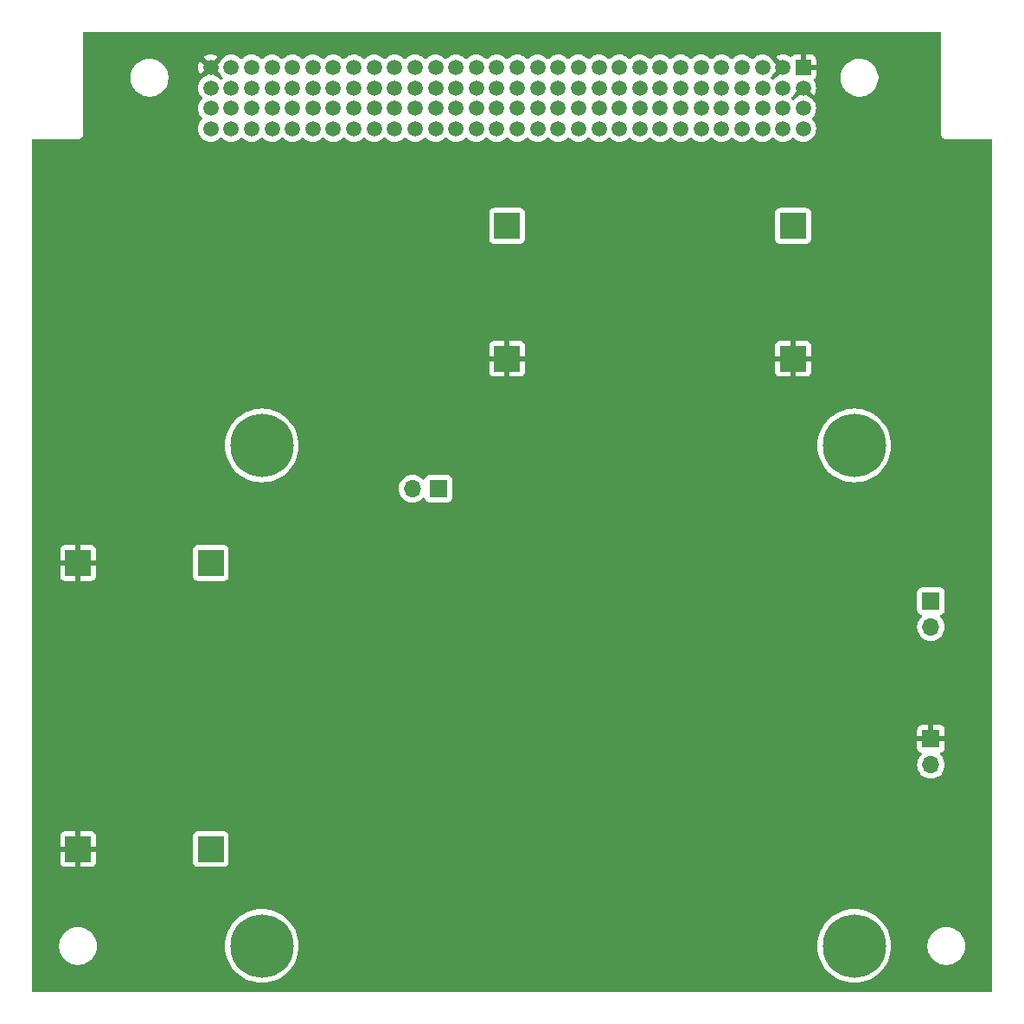
<source format=gbr>
%TF.GenerationSoftware,KiCad,Pcbnew,8.0.0*%
%TF.CreationDate,2025-01-17T03:21:48+02:00*%
%TF.ProjectId,diplomna_2024_solar_pcb_layout,6469706c-6f6d-46e6-915f-323032345f73,rev?*%
%TF.SameCoordinates,Original*%
%TF.FileFunction,Copper,L2,Inr*%
%TF.FilePolarity,Positive*%
%FSLAX46Y46*%
G04 Gerber Fmt 4.6, Leading zero omitted, Abs format (unit mm)*
G04 Created by KiCad (PCBNEW 8.0.0) date 2025-01-17 03:21:48*
%MOMM*%
%LPD*%
G01*
G04 APERTURE LIST*
%TA.AperFunction,ComponentPad*%
%ADD10R,2.500000X2.500000*%
%TD*%
%TA.AperFunction,ComponentPad*%
%ADD11R,1.700000X1.700000*%
%TD*%
%TA.AperFunction,ComponentPad*%
%ADD12O,1.700000X1.700000*%
%TD*%
%TA.AperFunction,ComponentPad*%
%ADD13C,6.200000*%
%TD*%
%TA.AperFunction,ComponentPad*%
%ADD14R,1.500000X1.500000*%
%TD*%
%TA.AperFunction,ComponentPad*%
%ADD15C,1.500000*%
%TD*%
G04 APERTURE END LIST*
D10*
%TO.N,vdd*%
%TO.C,REF\u002A\u002A*%
X198000000Y-109000000D03*
%TD*%
%TO.N,BAT-OUT*%
%TO.C,REF\u002A\u002A*%
X198000000Y-137000000D03*
%TD*%
%TO.N,GND*%
%TO.C,REF\u002A\u002A*%
X185000000Y-137000000D03*
%TD*%
%TO.N,GND*%
%TO.C,REF\u002A\u002A*%
X185000000Y-109000000D03*
%TD*%
%TO.N,GND*%
%TO.C,REF\u002A\u002A*%
X227000000Y-89000000D03*
%TD*%
%TO.N,vdd*%
%TO.C,REF\u002A\u002A*%
X227000000Y-76000000D03*
%TD*%
%TO.N,BAT-OUT*%
%TO.C,REF\u002A\u002A*%
X255000000Y-76000000D03*
%TD*%
%TO.N,GND*%
%TO.C,REF\u002A\u002A*%
X255000000Y-89000000D03*
%TD*%
D11*
%TO.N,-*%
%TO.C,REF\u002A\u002A*%
X220275000Y-101725000D03*
D12*
%TO.N,+*%
X217735000Y-101725000D03*
%TD*%
D11*
%TO.N,-*%
%TO.C,REF\u002A\u002A*%
X268500000Y-112725000D03*
D12*
%TO.N,+*%
X268500000Y-115265000D03*
%TD*%
D11*
%TO.N,GND*%
%TO.C,REF\u002A\u002A*%
X268500000Y-126225000D03*
D12*
%TO.N,BAT-IN*%
X268500000Y-128765000D03*
%TD*%
D13*
%TO.N,N/C*%
%TO.C,*%
X203000000Y-97500000D03*
X203000000Y-146500000D03*
X261000000Y-97500000D03*
X261000000Y-146500000D03*
%TD*%
D14*
%TO.N,GND*%
%TO.C,J\u002A\u002A*%
X256000000Y-60500000D03*
D15*
X254000000Y-60500000D03*
%TO.N,N/C*%
X252000000Y-60500000D03*
X250000000Y-60500000D03*
X248000000Y-60500000D03*
X246000000Y-60500000D03*
X244000000Y-60500000D03*
X242000000Y-60500000D03*
X240000000Y-60500000D03*
X238000000Y-60500000D03*
X236000000Y-60500000D03*
X234000000Y-60500000D03*
X232000000Y-60500000D03*
X230000000Y-60500000D03*
X228000000Y-60500000D03*
X226000000Y-60500000D03*
X224000000Y-60500000D03*
X222000000Y-60500000D03*
X220000000Y-60500000D03*
X218000000Y-60500000D03*
X216000000Y-60500000D03*
X214000000Y-60500000D03*
X212000000Y-60500000D03*
X210000000Y-60500000D03*
X208000000Y-60500000D03*
X206000000Y-60500000D03*
X204000000Y-60500000D03*
X202000000Y-60500000D03*
X200000000Y-60500000D03*
%TO.N,GND*%
X198000000Y-60500000D03*
X256000000Y-62500000D03*
%TO.N,N/C*%
X254000000Y-62500000D03*
X252000000Y-62500000D03*
X250000000Y-62500000D03*
X248000000Y-62500000D03*
X246000000Y-62500000D03*
X244000000Y-62500000D03*
X242000000Y-62500000D03*
X240000000Y-62500000D03*
X238000000Y-62500000D03*
X236000000Y-62500000D03*
X234000000Y-62500000D03*
X232000000Y-62500000D03*
X230000000Y-62500000D03*
X228000000Y-62500000D03*
X226000000Y-62500000D03*
X224000000Y-62500000D03*
X222000000Y-62500000D03*
X220000000Y-62500000D03*
X218000000Y-62500000D03*
X216000000Y-62500000D03*
X214000000Y-62500000D03*
X212000000Y-62500000D03*
X210000000Y-62500000D03*
X208000000Y-62500000D03*
X206000000Y-62500000D03*
X204000000Y-62500000D03*
X202000000Y-62500000D03*
X200000000Y-62500000D03*
X198000000Y-62500000D03*
%TO.N,BAT-IN*%
X256000000Y-64500000D03*
%TO.N,N/C*%
X254000000Y-64500000D03*
X252000000Y-64500000D03*
X250000000Y-64500000D03*
X248000000Y-64500000D03*
X246000000Y-64500000D03*
X244000000Y-64500000D03*
X242000000Y-64500000D03*
X240000000Y-64500000D03*
X238000000Y-64500000D03*
X236000000Y-64500000D03*
X234000000Y-64500000D03*
X232000000Y-64500000D03*
X230000000Y-64500000D03*
X228000000Y-64500000D03*
X226000000Y-64500000D03*
X224000000Y-64500000D03*
X222000000Y-64500000D03*
X220000000Y-64500000D03*
X218000000Y-64500000D03*
X216000000Y-64500000D03*
X214000000Y-64500000D03*
X212000000Y-64500000D03*
X210000000Y-64500000D03*
X208000000Y-64500000D03*
X206000000Y-64500000D03*
X204000000Y-64500000D03*
X202000000Y-64500000D03*
X200000000Y-64500000D03*
%TO.N,vdd*%
X198000000Y-64500000D03*
%TO.N,BAT-OUT*%
X256000000Y-66500000D03*
%TO.N,N/C*%
X254000000Y-66500000D03*
X252000000Y-66500000D03*
X250000000Y-66500000D03*
X248000000Y-66500000D03*
X246000000Y-66500000D03*
X244000000Y-66500000D03*
X242000000Y-66500000D03*
X240000000Y-66500000D03*
X238000000Y-66500000D03*
X236000000Y-66500000D03*
X234000000Y-66500000D03*
X232000000Y-66500000D03*
X230000000Y-66500000D03*
X228000000Y-66500000D03*
X226000000Y-66500000D03*
X224000000Y-66500000D03*
X222000000Y-66500000D03*
X220000000Y-66500000D03*
X218000000Y-66500000D03*
X216000000Y-66500000D03*
X214000000Y-66500000D03*
X212000000Y-66500000D03*
X210000000Y-66500000D03*
X208000000Y-66500000D03*
X206000000Y-66500000D03*
X204000000Y-66500000D03*
X202000000Y-66500000D03*
X200000000Y-66500000D03*
%TO.N,vdd*%
X198000000Y-66500000D03*
%TD*%
%TA.AperFunction,Conductor*%
%TO.N,GND*%
G36*
X255534075Y-62692993D02*
G01*
X255599901Y-62807007D01*
X255692993Y-62900099D01*
X255807007Y-62965925D01*
X255870590Y-62982962D01*
X255515787Y-63337765D01*
X255480512Y-63362466D01*
X255372359Y-63412899D01*
X255193121Y-63538402D01*
X255087681Y-63643843D01*
X255026358Y-63677328D01*
X254956666Y-63672344D01*
X254912320Y-63643844D01*
X254856157Y-63587682D01*
X254822671Y-63526359D01*
X254827655Y-63456667D01*
X254856156Y-63412319D01*
X254906010Y-63362465D01*
X254961598Y-63306877D01*
X255087102Y-63127639D01*
X255137537Y-63019479D01*
X255162233Y-62984211D01*
X255517036Y-62629407D01*
X255534075Y-62692993D01*
G37*
%TD.AperFunction*%
%TA.AperFunction,Conductor*%
G36*
X198837764Y-60984210D02*
G01*
X198862465Y-61019486D01*
X198912897Y-61127638D01*
X198937998Y-61163486D01*
X199038402Y-61306877D01*
X199038406Y-61306881D01*
X199143844Y-61412319D01*
X199177329Y-61473642D01*
X199172345Y-61543334D01*
X199143844Y-61587681D01*
X199087681Y-61643844D01*
X199026358Y-61677329D01*
X198956666Y-61672345D01*
X198912319Y-61643844D01*
X198806881Y-61538406D01*
X198806877Y-61538402D01*
X198663486Y-61437998D01*
X198627638Y-61412897D01*
X198519486Y-61362465D01*
X198484210Y-61337764D01*
X198129409Y-60982962D01*
X198192993Y-60965925D01*
X198307007Y-60900099D01*
X198400099Y-60807007D01*
X198465925Y-60692993D01*
X198482962Y-60629409D01*
X198837764Y-60984210D01*
G37*
%TD.AperFunction*%
%TA.AperFunction,Conductor*%
G36*
X253534075Y-60692993D02*
G01*
X253599901Y-60807007D01*
X253692993Y-60900099D01*
X253807007Y-60965925D01*
X253870590Y-60982962D01*
X253515787Y-61337765D01*
X253480512Y-61362466D01*
X253372359Y-61412899D01*
X253193121Y-61538402D01*
X253087681Y-61643843D01*
X253026358Y-61677328D01*
X252956666Y-61672344D01*
X252912320Y-61643844D01*
X252856157Y-61587682D01*
X252822671Y-61526359D01*
X252827655Y-61456667D01*
X252856156Y-61412319D01*
X252906010Y-61362465D01*
X252961598Y-61306877D01*
X253087102Y-61127639D01*
X253137537Y-61019479D01*
X253162233Y-60984211D01*
X253517037Y-60629408D01*
X253534075Y-60692993D01*
G37*
%TD.AperFunction*%
%TA.AperFunction,Conductor*%
G36*
X269442539Y-57020185D02*
G01*
X269488294Y-57072989D01*
X269499500Y-57124500D01*
X269499500Y-67065891D01*
X269533608Y-67193187D01*
X269566554Y-67250250D01*
X269599500Y-67307314D01*
X269692686Y-67400500D01*
X269791521Y-67457563D01*
X269798510Y-67461598D01*
X269806814Y-67466392D01*
X269934108Y-67500500D01*
X274375500Y-67500500D01*
X274442539Y-67520185D01*
X274488294Y-67572989D01*
X274499500Y-67624500D01*
X274499500Y-150875500D01*
X274479815Y-150942539D01*
X274427011Y-150988294D01*
X274375500Y-150999500D01*
X180624500Y-150999500D01*
X180557461Y-150979815D01*
X180511706Y-150927011D01*
X180500500Y-150875500D01*
X180500500Y-146621288D01*
X183149500Y-146621288D01*
X183181161Y-146861785D01*
X183243947Y-147096104D01*
X183307533Y-147249613D01*
X183336776Y-147320212D01*
X183458064Y-147530289D01*
X183458066Y-147530292D01*
X183458067Y-147530293D01*
X183605733Y-147722736D01*
X183605739Y-147722743D01*
X183777256Y-147894260D01*
X183777262Y-147894265D01*
X183969711Y-148041936D01*
X184179788Y-148163224D01*
X184403900Y-148256054D01*
X184638211Y-148318838D01*
X184818586Y-148342584D01*
X184878711Y-148350500D01*
X184878712Y-148350500D01*
X185121289Y-148350500D01*
X185169388Y-148344167D01*
X185361789Y-148318838D01*
X185596100Y-148256054D01*
X185820212Y-148163224D01*
X186030289Y-148041936D01*
X186222738Y-147894265D01*
X186394265Y-147722738D01*
X186541936Y-147530289D01*
X186663224Y-147320212D01*
X186756054Y-147096100D01*
X186818838Y-146861789D01*
X186850500Y-146621288D01*
X186850500Y-146500000D01*
X199394559Y-146500000D01*
X199414310Y-146876872D01*
X199473346Y-147249607D01*
X199473347Y-147249614D01*
X199571023Y-147614147D01*
X199706267Y-147966468D01*
X199877599Y-148302725D01*
X200083135Y-148619223D01*
X200083137Y-148619225D01*
X200320635Y-148912511D01*
X200587489Y-149179365D01*
X200587493Y-149179368D01*
X200880776Y-149416864D01*
X201197274Y-149622400D01*
X201197279Y-149622403D01*
X201533535Y-149793734D01*
X201885857Y-149928978D01*
X202250387Y-150026653D01*
X202623129Y-150085690D01*
X202979155Y-150104348D01*
X202999999Y-150105441D01*
X203000000Y-150105441D01*
X203000001Y-150105441D01*
X203019752Y-150104405D01*
X203376871Y-150085690D01*
X203749613Y-150026653D01*
X204114143Y-149928978D01*
X204466465Y-149793734D01*
X204802721Y-149622403D01*
X205119225Y-149416863D01*
X205412511Y-149179365D01*
X205679365Y-148912511D01*
X205916863Y-148619225D01*
X206122403Y-148302721D01*
X206293734Y-147966465D01*
X206428978Y-147614143D01*
X206526653Y-147249613D01*
X206585690Y-146876871D01*
X206605441Y-146500000D01*
X257394559Y-146500000D01*
X257414310Y-146876872D01*
X257473346Y-147249607D01*
X257473347Y-147249614D01*
X257571023Y-147614147D01*
X257706267Y-147966468D01*
X257877599Y-148302725D01*
X258083135Y-148619223D01*
X258083137Y-148619225D01*
X258320635Y-148912511D01*
X258587489Y-149179365D01*
X258587493Y-149179368D01*
X258880776Y-149416864D01*
X259197274Y-149622400D01*
X259197279Y-149622403D01*
X259533535Y-149793734D01*
X259885857Y-149928978D01*
X260250387Y-150026653D01*
X260623129Y-150085690D01*
X260979155Y-150104348D01*
X260999999Y-150105441D01*
X261000000Y-150105441D01*
X261000001Y-150105441D01*
X261019752Y-150104405D01*
X261376871Y-150085690D01*
X261749613Y-150026653D01*
X262114143Y-149928978D01*
X262466465Y-149793734D01*
X262802721Y-149622403D01*
X263119225Y-149416863D01*
X263412511Y-149179365D01*
X263679365Y-148912511D01*
X263916863Y-148619225D01*
X264122403Y-148302721D01*
X264293734Y-147966465D01*
X264428978Y-147614143D01*
X264526653Y-147249613D01*
X264585690Y-146876871D01*
X264599085Y-146621288D01*
X268149500Y-146621288D01*
X268181161Y-146861785D01*
X268243947Y-147096104D01*
X268307533Y-147249613D01*
X268336776Y-147320212D01*
X268458064Y-147530289D01*
X268458066Y-147530292D01*
X268458067Y-147530293D01*
X268605733Y-147722736D01*
X268605739Y-147722743D01*
X268777256Y-147894260D01*
X268777262Y-147894265D01*
X268969711Y-148041936D01*
X269179788Y-148163224D01*
X269403900Y-148256054D01*
X269638211Y-148318838D01*
X269818586Y-148342584D01*
X269878711Y-148350500D01*
X269878712Y-148350500D01*
X270121289Y-148350500D01*
X270169388Y-148344167D01*
X270361789Y-148318838D01*
X270596100Y-148256054D01*
X270820212Y-148163224D01*
X271030289Y-148041936D01*
X271222738Y-147894265D01*
X271394265Y-147722738D01*
X271541936Y-147530289D01*
X271663224Y-147320212D01*
X271756054Y-147096100D01*
X271818838Y-146861789D01*
X271850500Y-146621288D01*
X271850500Y-146378712D01*
X271818838Y-146138211D01*
X271756054Y-145903900D01*
X271663224Y-145679788D01*
X271541936Y-145469711D01*
X271394265Y-145277262D01*
X271394260Y-145277256D01*
X271222743Y-145105739D01*
X271222736Y-145105733D01*
X271030293Y-144958067D01*
X271030292Y-144958066D01*
X271030289Y-144958064D01*
X270820212Y-144836776D01*
X270820205Y-144836773D01*
X270596104Y-144743947D01*
X270361785Y-144681161D01*
X270121289Y-144649500D01*
X270121288Y-144649500D01*
X269878712Y-144649500D01*
X269878711Y-144649500D01*
X269638214Y-144681161D01*
X269403895Y-144743947D01*
X269179794Y-144836773D01*
X269179785Y-144836777D01*
X268969706Y-144958067D01*
X268777263Y-145105733D01*
X268777256Y-145105739D01*
X268605739Y-145277256D01*
X268605733Y-145277263D01*
X268458067Y-145469706D01*
X268336777Y-145679785D01*
X268336773Y-145679794D01*
X268243947Y-145903895D01*
X268181161Y-146138214D01*
X268149500Y-146378711D01*
X268149500Y-146621288D01*
X264599085Y-146621288D01*
X264605441Y-146500000D01*
X264585690Y-146123129D01*
X264526653Y-145750387D01*
X264428978Y-145385857D01*
X264293734Y-145033535D01*
X264122403Y-144697280D01*
X264111935Y-144681161D01*
X263916864Y-144380776D01*
X263679368Y-144087493D01*
X263679365Y-144087489D01*
X263412511Y-143820635D01*
X263119225Y-143583137D01*
X263119223Y-143583135D01*
X262802725Y-143377599D01*
X262466468Y-143206267D01*
X262114147Y-143071023D01*
X261749614Y-142973347D01*
X261749607Y-142973346D01*
X261376872Y-142914310D01*
X261000001Y-142894559D01*
X260999999Y-142894559D01*
X260623127Y-142914310D01*
X260250392Y-142973346D01*
X260250385Y-142973347D01*
X259885852Y-143071023D01*
X259533531Y-143206267D01*
X259197275Y-143377599D01*
X258880776Y-143583135D01*
X258587493Y-143820631D01*
X258587485Y-143820638D01*
X258320638Y-144087485D01*
X258320631Y-144087493D01*
X258083135Y-144380776D01*
X257877599Y-144697275D01*
X257706267Y-145033531D01*
X257571023Y-145385852D01*
X257473347Y-145750385D01*
X257473346Y-145750392D01*
X257414310Y-146123127D01*
X257394559Y-146499999D01*
X257394559Y-146500000D01*
X206605441Y-146500000D01*
X206585690Y-146123129D01*
X206526653Y-145750387D01*
X206428978Y-145385857D01*
X206293734Y-145033535D01*
X206122403Y-144697280D01*
X206111935Y-144681161D01*
X205916864Y-144380776D01*
X205679368Y-144087493D01*
X205679365Y-144087489D01*
X205412511Y-143820635D01*
X205119225Y-143583137D01*
X205119223Y-143583135D01*
X204802725Y-143377599D01*
X204466468Y-143206267D01*
X204114147Y-143071023D01*
X203749614Y-142973347D01*
X203749607Y-142973346D01*
X203376872Y-142914310D01*
X203000001Y-142894559D01*
X202999999Y-142894559D01*
X202623127Y-142914310D01*
X202250392Y-142973346D01*
X202250385Y-142973347D01*
X201885852Y-143071023D01*
X201533531Y-143206267D01*
X201197275Y-143377599D01*
X200880776Y-143583135D01*
X200587493Y-143820631D01*
X200587485Y-143820638D01*
X200320638Y-144087485D01*
X200320631Y-144087493D01*
X200083135Y-144380776D01*
X199877599Y-144697275D01*
X199706267Y-145033531D01*
X199571023Y-145385852D01*
X199473347Y-145750385D01*
X199473346Y-145750392D01*
X199414310Y-146123127D01*
X199394559Y-146499999D01*
X199394559Y-146500000D01*
X186850500Y-146500000D01*
X186850500Y-146378712D01*
X186818838Y-146138211D01*
X186756054Y-145903900D01*
X186663224Y-145679788D01*
X186541936Y-145469711D01*
X186394265Y-145277262D01*
X186394260Y-145277256D01*
X186222743Y-145105739D01*
X186222736Y-145105733D01*
X186030293Y-144958067D01*
X186030292Y-144958066D01*
X186030289Y-144958064D01*
X185820212Y-144836776D01*
X185820205Y-144836773D01*
X185596104Y-144743947D01*
X185361785Y-144681161D01*
X185121289Y-144649500D01*
X185121288Y-144649500D01*
X184878712Y-144649500D01*
X184878711Y-144649500D01*
X184638214Y-144681161D01*
X184403895Y-144743947D01*
X184179794Y-144836773D01*
X184179785Y-144836777D01*
X183969706Y-144958067D01*
X183777263Y-145105733D01*
X183777256Y-145105739D01*
X183605739Y-145277256D01*
X183605733Y-145277263D01*
X183458067Y-145469706D01*
X183336777Y-145679785D01*
X183336773Y-145679794D01*
X183243947Y-145903895D01*
X183181161Y-146138214D01*
X183149500Y-146378711D01*
X183149500Y-146621288D01*
X180500500Y-146621288D01*
X180500500Y-138297844D01*
X183250000Y-138297844D01*
X183256401Y-138357372D01*
X183256403Y-138357379D01*
X183306645Y-138492086D01*
X183306649Y-138492093D01*
X183392809Y-138607187D01*
X183392812Y-138607190D01*
X183507906Y-138693350D01*
X183507913Y-138693354D01*
X183642620Y-138743596D01*
X183642627Y-138743598D01*
X183702155Y-138749999D01*
X183702172Y-138750000D01*
X184750000Y-138750000D01*
X184750000Y-137548482D01*
X184768409Y-137559111D01*
X184921009Y-137600000D01*
X185078991Y-137600000D01*
X185231591Y-137559111D01*
X185250000Y-137548482D01*
X185250000Y-138750000D01*
X186297828Y-138750000D01*
X186297844Y-138749999D01*
X186357372Y-138743598D01*
X186357379Y-138743596D01*
X186492086Y-138693354D01*
X186492093Y-138693350D01*
X186607187Y-138607190D01*
X186607190Y-138607187D01*
X186693350Y-138492093D01*
X186693354Y-138492086D01*
X186743596Y-138357379D01*
X186743598Y-138357372D01*
X186749996Y-138297870D01*
X196249500Y-138297870D01*
X196249501Y-138297876D01*
X196255908Y-138357483D01*
X196306202Y-138492328D01*
X196306206Y-138492335D01*
X196392452Y-138607544D01*
X196392455Y-138607547D01*
X196507664Y-138693793D01*
X196507671Y-138693797D01*
X196642517Y-138744091D01*
X196642516Y-138744091D01*
X196649444Y-138744835D01*
X196702127Y-138750500D01*
X199297872Y-138750499D01*
X199357483Y-138744091D01*
X199492331Y-138693796D01*
X199607546Y-138607546D01*
X199693796Y-138492331D01*
X199744091Y-138357483D01*
X199750500Y-138297873D01*
X199750499Y-135702128D01*
X199744091Y-135642517D01*
X199693884Y-135507906D01*
X199693797Y-135507671D01*
X199693793Y-135507664D01*
X199607547Y-135392455D01*
X199607544Y-135392452D01*
X199492335Y-135306206D01*
X199492328Y-135306202D01*
X199357482Y-135255908D01*
X199357483Y-135255908D01*
X199297883Y-135249501D01*
X199297881Y-135249500D01*
X199297873Y-135249500D01*
X199297864Y-135249500D01*
X196702129Y-135249500D01*
X196702123Y-135249501D01*
X196642516Y-135255908D01*
X196507671Y-135306202D01*
X196507664Y-135306206D01*
X196392455Y-135392452D01*
X196392452Y-135392455D01*
X196306206Y-135507664D01*
X196306202Y-135507671D01*
X196255908Y-135642517D01*
X196249501Y-135702116D01*
X196249501Y-135702123D01*
X196249500Y-135702135D01*
X196249500Y-138297870D01*
X186749996Y-138297870D01*
X186749999Y-138297844D01*
X186750000Y-138297827D01*
X186750000Y-137250000D01*
X185548482Y-137250000D01*
X185559111Y-137231591D01*
X185600000Y-137078991D01*
X185600000Y-136921009D01*
X185559111Y-136768409D01*
X185548482Y-136750000D01*
X186750000Y-136750000D01*
X186750000Y-135702172D01*
X186749999Y-135702155D01*
X186743598Y-135642627D01*
X186743596Y-135642620D01*
X186693354Y-135507913D01*
X186693350Y-135507906D01*
X186607190Y-135392812D01*
X186607187Y-135392809D01*
X186492093Y-135306649D01*
X186492086Y-135306645D01*
X186357379Y-135256403D01*
X186357372Y-135256401D01*
X186297844Y-135250000D01*
X185250000Y-135250000D01*
X185250000Y-136451517D01*
X185231591Y-136440889D01*
X185078991Y-136400000D01*
X184921009Y-136400000D01*
X184768409Y-136440889D01*
X184750000Y-136451517D01*
X184750000Y-135250000D01*
X183702155Y-135250000D01*
X183642627Y-135256401D01*
X183642620Y-135256403D01*
X183507913Y-135306645D01*
X183507906Y-135306649D01*
X183392812Y-135392809D01*
X183392809Y-135392812D01*
X183306649Y-135507906D01*
X183306645Y-135507913D01*
X183256403Y-135642620D01*
X183256401Y-135642627D01*
X183250000Y-135702155D01*
X183250000Y-136750000D01*
X184451518Y-136750000D01*
X184440889Y-136768409D01*
X184400000Y-136921009D01*
X184400000Y-137078991D01*
X184440889Y-137231591D01*
X184451518Y-137250000D01*
X183250000Y-137250000D01*
X183250000Y-138297844D01*
X180500500Y-138297844D01*
X180500500Y-128765000D01*
X267144341Y-128765000D01*
X267164936Y-129000403D01*
X267164938Y-129000413D01*
X267226094Y-129228655D01*
X267226096Y-129228659D01*
X267226097Y-129228663D01*
X267325965Y-129442830D01*
X267325967Y-129442834D01*
X267434281Y-129597521D01*
X267461505Y-129636401D01*
X267628599Y-129803495D01*
X267725384Y-129871265D01*
X267822165Y-129939032D01*
X267822167Y-129939033D01*
X267822170Y-129939035D01*
X268036337Y-130038903D01*
X268264592Y-130100063D01*
X268452918Y-130116539D01*
X268499999Y-130120659D01*
X268500000Y-130120659D01*
X268500001Y-130120659D01*
X268539234Y-130117226D01*
X268735408Y-130100063D01*
X268963663Y-130038903D01*
X269177830Y-129939035D01*
X269371401Y-129803495D01*
X269538495Y-129636401D01*
X269674035Y-129442830D01*
X269773903Y-129228663D01*
X269835063Y-129000408D01*
X269855659Y-128765000D01*
X269835063Y-128529592D01*
X269773903Y-128301337D01*
X269674035Y-128087171D01*
X269538495Y-127893599D01*
X269416179Y-127771283D01*
X269382696Y-127709963D01*
X269387680Y-127640271D01*
X269429551Y-127584337D01*
X269460529Y-127567422D01*
X269592086Y-127518354D01*
X269592093Y-127518350D01*
X269707187Y-127432190D01*
X269707190Y-127432187D01*
X269793350Y-127317093D01*
X269793354Y-127317086D01*
X269843596Y-127182379D01*
X269843598Y-127182372D01*
X269849999Y-127122844D01*
X269850000Y-127122827D01*
X269850000Y-126475000D01*
X268933012Y-126475000D01*
X268965925Y-126417993D01*
X269000000Y-126290826D01*
X269000000Y-126159174D01*
X268965925Y-126032007D01*
X268933012Y-125975000D01*
X269850000Y-125975000D01*
X269850000Y-125327172D01*
X269849999Y-125327155D01*
X269843598Y-125267627D01*
X269843596Y-125267620D01*
X269793354Y-125132913D01*
X269793350Y-125132906D01*
X269707190Y-125017812D01*
X269707187Y-125017809D01*
X269592093Y-124931649D01*
X269592086Y-124931645D01*
X269457379Y-124881403D01*
X269457372Y-124881401D01*
X269397844Y-124875000D01*
X268750000Y-124875000D01*
X268750000Y-125791988D01*
X268692993Y-125759075D01*
X268565826Y-125725000D01*
X268434174Y-125725000D01*
X268307007Y-125759075D01*
X268250000Y-125791988D01*
X268250000Y-124875000D01*
X267602155Y-124875000D01*
X267542627Y-124881401D01*
X267542620Y-124881403D01*
X267407913Y-124931645D01*
X267407906Y-124931649D01*
X267292812Y-125017809D01*
X267292809Y-125017812D01*
X267206649Y-125132906D01*
X267206645Y-125132913D01*
X267156403Y-125267620D01*
X267156401Y-125267627D01*
X267150000Y-125327155D01*
X267150000Y-125975000D01*
X268066988Y-125975000D01*
X268034075Y-126032007D01*
X268000000Y-126159174D01*
X268000000Y-126290826D01*
X268034075Y-126417993D01*
X268066988Y-126475000D01*
X267150000Y-126475000D01*
X267150000Y-127122844D01*
X267156401Y-127182372D01*
X267156403Y-127182379D01*
X267206645Y-127317086D01*
X267206649Y-127317093D01*
X267292809Y-127432187D01*
X267292812Y-127432190D01*
X267407906Y-127518350D01*
X267407913Y-127518354D01*
X267539470Y-127567421D01*
X267595403Y-127609292D01*
X267619821Y-127674756D01*
X267604970Y-127743029D01*
X267583819Y-127771284D01*
X267461503Y-127893600D01*
X267325965Y-128087169D01*
X267325964Y-128087171D01*
X267226098Y-128301335D01*
X267226094Y-128301344D01*
X267164938Y-128529586D01*
X267164936Y-128529596D01*
X267144341Y-128764999D01*
X267144341Y-128765000D01*
X180500500Y-128765000D01*
X180500500Y-115265000D01*
X267144341Y-115265000D01*
X267164936Y-115500403D01*
X267164938Y-115500413D01*
X267226094Y-115728655D01*
X267226096Y-115728659D01*
X267226097Y-115728663D01*
X267325965Y-115942830D01*
X267325967Y-115942834D01*
X267434281Y-116097521D01*
X267461505Y-116136401D01*
X267628599Y-116303495D01*
X267725384Y-116371265D01*
X267822165Y-116439032D01*
X267822167Y-116439033D01*
X267822170Y-116439035D01*
X268036337Y-116538903D01*
X268264592Y-116600063D01*
X268452918Y-116616539D01*
X268499999Y-116620659D01*
X268500000Y-116620659D01*
X268500001Y-116620659D01*
X268539234Y-116617226D01*
X268735408Y-116600063D01*
X268963663Y-116538903D01*
X269177830Y-116439035D01*
X269371401Y-116303495D01*
X269538495Y-116136401D01*
X269674035Y-115942830D01*
X269773903Y-115728663D01*
X269835063Y-115500408D01*
X269855659Y-115265000D01*
X269835063Y-115029592D01*
X269773903Y-114801337D01*
X269674035Y-114587171D01*
X269538495Y-114393599D01*
X269416567Y-114271671D01*
X269383084Y-114210351D01*
X269388068Y-114140659D01*
X269429939Y-114084725D01*
X269460915Y-114067810D01*
X269592331Y-114018796D01*
X269707546Y-113932546D01*
X269793796Y-113817331D01*
X269844091Y-113682483D01*
X269850500Y-113622873D01*
X269850499Y-111827128D01*
X269844091Y-111767517D01*
X269793796Y-111632669D01*
X269793795Y-111632668D01*
X269793793Y-111632664D01*
X269707547Y-111517455D01*
X269707544Y-111517452D01*
X269592335Y-111431206D01*
X269592328Y-111431202D01*
X269457482Y-111380908D01*
X269457483Y-111380908D01*
X269397883Y-111374501D01*
X269397881Y-111374500D01*
X269397873Y-111374500D01*
X269397864Y-111374500D01*
X267602129Y-111374500D01*
X267602123Y-111374501D01*
X267542516Y-111380908D01*
X267407671Y-111431202D01*
X267407664Y-111431206D01*
X267292455Y-111517452D01*
X267292452Y-111517455D01*
X267206206Y-111632664D01*
X267206202Y-111632671D01*
X267155908Y-111767517D01*
X267149501Y-111827116D01*
X267149501Y-111827123D01*
X267149500Y-111827135D01*
X267149500Y-113622870D01*
X267149501Y-113622876D01*
X267155908Y-113682483D01*
X267206202Y-113817328D01*
X267206206Y-113817335D01*
X267292452Y-113932544D01*
X267292455Y-113932547D01*
X267407664Y-114018793D01*
X267407671Y-114018797D01*
X267539081Y-114067810D01*
X267595015Y-114109681D01*
X267619432Y-114175145D01*
X267604580Y-114243418D01*
X267583430Y-114271673D01*
X267461503Y-114393600D01*
X267325965Y-114587169D01*
X267325964Y-114587171D01*
X267226098Y-114801335D01*
X267226094Y-114801344D01*
X267164938Y-115029586D01*
X267164936Y-115029596D01*
X267144341Y-115264999D01*
X267144341Y-115265000D01*
X180500500Y-115265000D01*
X180500500Y-110297844D01*
X183250000Y-110297844D01*
X183256401Y-110357372D01*
X183256403Y-110357379D01*
X183306645Y-110492086D01*
X183306649Y-110492093D01*
X183392809Y-110607187D01*
X183392812Y-110607190D01*
X183507906Y-110693350D01*
X183507913Y-110693354D01*
X183642620Y-110743596D01*
X183642627Y-110743598D01*
X183702155Y-110749999D01*
X183702172Y-110750000D01*
X184750000Y-110750000D01*
X184750000Y-109548482D01*
X184768409Y-109559111D01*
X184921009Y-109600000D01*
X185078991Y-109600000D01*
X185231591Y-109559111D01*
X185250000Y-109548482D01*
X185250000Y-110750000D01*
X186297828Y-110750000D01*
X186297844Y-110749999D01*
X186357372Y-110743598D01*
X186357379Y-110743596D01*
X186492086Y-110693354D01*
X186492093Y-110693350D01*
X186607187Y-110607190D01*
X186607190Y-110607187D01*
X186693350Y-110492093D01*
X186693354Y-110492086D01*
X186743596Y-110357379D01*
X186743598Y-110357372D01*
X186749996Y-110297870D01*
X196249500Y-110297870D01*
X196249501Y-110297876D01*
X196255908Y-110357483D01*
X196306202Y-110492328D01*
X196306206Y-110492335D01*
X196392452Y-110607544D01*
X196392455Y-110607547D01*
X196507664Y-110693793D01*
X196507671Y-110693797D01*
X196642517Y-110744091D01*
X196642516Y-110744091D01*
X196649444Y-110744835D01*
X196702127Y-110750500D01*
X199297872Y-110750499D01*
X199357483Y-110744091D01*
X199492331Y-110693796D01*
X199607546Y-110607546D01*
X199693796Y-110492331D01*
X199744091Y-110357483D01*
X199750500Y-110297873D01*
X199750499Y-107702128D01*
X199744091Y-107642517D01*
X199693884Y-107507906D01*
X199693797Y-107507671D01*
X199693793Y-107507664D01*
X199607547Y-107392455D01*
X199607544Y-107392452D01*
X199492335Y-107306206D01*
X199492328Y-107306202D01*
X199357482Y-107255908D01*
X199357483Y-107255908D01*
X199297883Y-107249501D01*
X199297881Y-107249500D01*
X199297873Y-107249500D01*
X199297864Y-107249500D01*
X196702129Y-107249500D01*
X196702123Y-107249501D01*
X196642516Y-107255908D01*
X196507671Y-107306202D01*
X196507664Y-107306206D01*
X196392455Y-107392452D01*
X196392452Y-107392455D01*
X196306206Y-107507664D01*
X196306202Y-107507671D01*
X196255908Y-107642517D01*
X196249501Y-107702116D01*
X196249501Y-107702123D01*
X196249500Y-107702135D01*
X196249500Y-110297870D01*
X186749996Y-110297870D01*
X186749999Y-110297844D01*
X186750000Y-110297827D01*
X186750000Y-109250000D01*
X185548482Y-109250000D01*
X185559111Y-109231591D01*
X185600000Y-109078991D01*
X185600000Y-108921009D01*
X185559111Y-108768409D01*
X185548482Y-108750000D01*
X186750000Y-108750000D01*
X186750000Y-107702172D01*
X186749999Y-107702155D01*
X186743598Y-107642627D01*
X186743596Y-107642620D01*
X186693354Y-107507913D01*
X186693350Y-107507906D01*
X186607190Y-107392812D01*
X186607187Y-107392809D01*
X186492093Y-107306649D01*
X186492086Y-107306645D01*
X186357379Y-107256403D01*
X186357372Y-107256401D01*
X186297844Y-107250000D01*
X185250000Y-107250000D01*
X185250000Y-108451517D01*
X185231591Y-108440889D01*
X185078991Y-108400000D01*
X184921009Y-108400000D01*
X184768409Y-108440889D01*
X184750000Y-108451517D01*
X184750000Y-107250000D01*
X183702155Y-107250000D01*
X183642627Y-107256401D01*
X183642620Y-107256403D01*
X183507913Y-107306645D01*
X183507906Y-107306649D01*
X183392812Y-107392809D01*
X183392809Y-107392812D01*
X183306649Y-107507906D01*
X183306645Y-107507913D01*
X183256403Y-107642620D01*
X183256401Y-107642627D01*
X183250000Y-107702155D01*
X183250000Y-108750000D01*
X184451518Y-108750000D01*
X184440889Y-108768409D01*
X184400000Y-108921009D01*
X184400000Y-109078991D01*
X184440889Y-109231591D01*
X184451518Y-109250000D01*
X183250000Y-109250000D01*
X183250000Y-110297844D01*
X180500500Y-110297844D01*
X180500500Y-101725000D01*
X216379341Y-101725000D01*
X216399936Y-101960403D01*
X216399938Y-101960413D01*
X216461094Y-102188655D01*
X216461096Y-102188659D01*
X216461097Y-102188663D01*
X216545499Y-102369663D01*
X216560965Y-102402830D01*
X216560967Y-102402834D01*
X216669281Y-102557521D01*
X216696505Y-102596401D01*
X216863599Y-102763495D01*
X216960384Y-102831265D01*
X217057165Y-102899032D01*
X217057167Y-102899033D01*
X217057170Y-102899035D01*
X217271337Y-102998903D01*
X217499592Y-103060063D01*
X217676034Y-103075500D01*
X217734999Y-103080659D01*
X217735000Y-103080659D01*
X217735001Y-103080659D01*
X217793966Y-103075500D01*
X217970408Y-103060063D01*
X218198663Y-102998903D01*
X218412830Y-102899035D01*
X218606401Y-102763495D01*
X218728329Y-102641566D01*
X218789648Y-102608084D01*
X218859340Y-102613068D01*
X218915274Y-102654939D01*
X218932189Y-102685917D01*
X218981202Y-102817328D01*
X218981206Y-102817335D01*
X219067452Y-102932544D01*
X219067455Y-102932547D01*
X219182664Y-103018793D01*
X219182671Y-103018797D01*
X219317517Y-103069091D01*
X219317516Y-103069091D01*
X219324444Y-103069835D01*
X219377127Y-103075500D01*
X221172872Y-103075499D01*
X221232483Y-103069091D01*
X221367331Y-103018796D01*
X221482546Y-102932546D01*
X221568796Y-102817331D01*
X221619091Y-102682483D01*
X221625500Y-102622873D01*
X221625499Y-100827128D01*
X221619091Y-100767517D01*
X221617810Y-100764083D01*
X221568797Y-100632671D01*
X221568793Y-100632664D01*
X221482547Y-100517455D01*
X221482544Y-100517452D01*
X221367335Y-100431206D01*
X221367328Y-100431202D01*
X221232482Y-100380908D01*
X221232483Y-100380908D01*
X221172883Y-100374501D01*
X221172881Y-100374500D01*
X221172873Y-100374500D01*
X221172864Y-100374500D01*
X219377129Y-100374500D01*
X219377123Y-100374501D01*
X219317516Y-100380908D01*
X219182671Y-100431202D01*
X219182664Y-100431206D01*
X219067455Y-100517452D01*
X219067452Y-100517455D01*
X218981206Y-100632664D01*
X218981203Y-100632669D01*
X218932189Y-100764083D01*
X218890317Y-100820016D01*
X218824853Y-100844433D01*
X218756580Y-100829581D01*
X218728326Y-100808430D01*
X218606402Y-100686506D01*
X218606395Y-100686501D01*
X218412834Y-100550967D01*
X218412830Y-100550965D01*
X218412828Y-100550964D01*
X218198663Y-100451097D01*
X218198659Y-100451096D01*
X218198655Y-100451094D01*
X217970413Y-100389938D01*
X217970403Y-100389936D01*
X217735001Y-100369341D01*
X217734999Y-100369341D01*
X217499596Y-100389936D01*
X217499586Y-100389938D01*
X217271344Y-100451094D01*
X217271335Y-100451098D01*
X217057171Y-100550964D01*
X217057169Y-100550965D01*
X216863597Y-100686505D01*
X216696505Y-100853597D01*
X216560965Y-101047169D01*
X216560964Y-101047171D01*
X216461098Y-101261335D01*
X216461094Y-101261344D01*
X216399938Y-101489586D01*
X216399936Y-101489596D01*
X216379341Y-101724999D01*
X216379341Y-101725000D01*
X180500500Y-101725000D01*
X180500500Y-97500000D01*
X199394559Y-97500000D01*
X199414310Y-97876872D01*
X199473346Y-98249607D01*
X199473347Y-98249614D01*
X199571023Y-98614147D01*
X199706267Y-98966468D01*
X199877599Y-99302725D01*
X200083135Y-99619223D01*
X200083137Y-99619225D01*
X200320635Y-99912511D01*
X200587489Y-100179365D01*
X200587493Y-100179368D01*
X200880776Y-100416864D01*
X201087274Y-100550965D01*
X201197279Y-100622403D01*
X201533535Y-100793734D01*
X201885857Y-100928978D01*
X202250387Y-101026653D01*
X202623129Y-101085690D01*
X202979155Y-101104348D01*
X202999999Y-101105441D01*
X203000000Y-101105441D01*
X203000001Y-101105441D01*
X203019752Y-101104405D01*
X203376871Y-101085690D01*
X203749613Y-101026653D01*
X204114143Y-100928978D01*
X204466465Y-100793734D01*
X204802721Y-100622403D01*
X205119225Y-100416863D01*
X205412511Y-100179365D01*
X205679365Y-99912511D01*
X205916863Y-99619225D01*
X206122403Y-99302721D01*
X206293734Y-98966465D01*
X206428978Y-98614143D01*
X206526653Y-98249613D01*
X206585690Y-97876871D01*
X206605441Y-97500000D01*
X257394559Y-97500000D01*
X257414310Y-97876872D01*
X257473346Y-98249607D01*
X257473347Y-98249614D01*
X257571023Y-98614147D01*
X257706267Y-98966468D01*
X257877599Y-99302725D01*
X258083135Y-99619223D01*
X258083137Y-99619225D01*
X258320635Y-99912511D01*
X258587489Y-100179365D01*
X258587493Y-100179368D01*
X258880776Y-100416864D01*
X259087274Y-100550965D01*
X259197279Y-100622403D01*
X259533535Y-100793734D01*
X259885857Y-100928978D01*
X260250387Y-101026653D01*
X260623129Y-101085690D01*
X260979155Y-101104348D01*
X260999999Y-101105441D01*
X261000000Y-101105441D01*
X261000001Y-101105441D01*
X261019752Y-101104405D01*
X261376871Y-101085690D01*
X261749613Y-101026653D01*
X262114143Y-100928978D01*
X262466465Y-100793734D01*
X262802721Y-100622403D01*
X263119225Y-100416863D01*
X263412511Y-100179365D01*
X263679365Y-99912511D01*
X263916863Y-99619225D01*
X264122403Y-99302721D01*
X264293734Y-98966465D01*
X264428978Y-98614143D01*
X264526653Y-98249613D01*
X264585690Y-97876871D01*
X264605441Y-97500000D01*
X264585690Y-97123129D01*
X264526653Y-96750387D01*
X264428978Y-96385857D01*
X264293734Y-96033535D01*
X264122403Y-95697280D01*
X263916863Y-95380775D01*
X263679365Y-95087489D01*
X263412511Y-94820635D01*
X263119225Y-94583137D01*
X263119223Y-94583135D01*
X262802725Y-94377599D01*
X262466468Y-94206267D01*
X262114147Y-94071023D01*
X261749614Y-93973347D01*
X261749607Y-93973346D01*
X261376872Y-93914310D01*
X261000001Y-93894559D01*
X260999999Y-93894559D01*
X260623127Y-93914310D01*
X260250392Y-93973346D01*
X260250385Y-93973347D01*
X259885852Y-94071023D01*
X259533531Y-94206267D01*
X259197275Y-94377599D01*
X258880776Y-94583135D01*
X258587493Y-94820631D01*
X258587485Y-94820638D01*
X258320638Y-95087485D01*
X258320631Y-95087493D01*
X258083135Y-95380776D01*
X257877599Y-95697275D01*
X257706267Y-96033531D01*
X257571023Y-96385852D01*
X257473347Y-96750385D01*
X257473346Y-96750392D01*
X257414310Y-97123127D01*
X257394559Y-97499999D01*
X257394559Y-97500000D01*
X206605441Y-97500000D01*
X206585690Y-97123129D01*
X206526653Y-96750387D01*
X206428978Y-96385857D01*
X206293734Y-96033535D01*
X206122403Y-95697280D01*
X205916863Y-95380775D01*
X205679365Y-95087489D01*
X205412511Y-94820635D01*
X205119225Y-94583137D01*
X205119223Y-94583135D01*
X204802725Y-94377599D01*
X204466468Y-94206267D01*
X204114147Y-94071023D01*
X203749614Y-93973347D01*
X203749607Y-93973346D01*
X203376872Y-93914310D01*
X203000001Y-93894559D01*
X202999999Y-93894559D01*
X202623127Y-93914310D01*
X202250392Y-93973346D01*
X202250385Y-93973347D01*
X201885852Y-94071023D01*
X201533531Y-94206267D01*
X201197275Y-94377599D01*
X200880776Y-94583135D01*
X200587493Y-94820631D01*
X200587485Y-94820638D01*
X200320638Y-95087485D01*
X200320631Y-95087493D01*
X200083135Y-95380776D01*
X199877599Y-95697275D01*
X199706267Y-96033531D01*
X199571023Y-96385852D01*
X199473347Y-96750385D01*
X199473346Y-96750392D01*
X199414310Y-97123127D01*
X199394559Y-97499999D01*
X199394559Y-97500000D01*
X180500500Y-97500000D01*
X180500500Y-90297844D01*
X225250000Y-90297844D01*
X225256401Y-90357372D01*
X225256403Y-90357379D01*
X225306645Y-90492086D01*
X225306649Y-90492093D01*
X225392809Y-90607187D01*
X225392812Y-90607190D01*
X225507906Y-90693350D01*
X225507913Y-90693354D01*
X225642620Y-90743596D01*
X225642627Y-90743598D01*
X225702155Y-90749999D01*
X225702172Y-90750000D01*
X226750000Y-90750000D01*
X226750000Y-89548482D01*
X226768409Y-89559111D01*
X226921009Y-89600000D01*
X227078991Y-89600000D01*
X227231591Y-89559111D01*
X227250000Y-89548482D01*
X227250000Y-90750000D01*
X228297828Y-90750000D01*
X228297844Y-90749999D01*
X228357372Y-90743598D01*
X228357379Y-90743596D01*
X228492086Y-90693354D01*
X228492093Y-90693350D01*
X228607187Y-90607190D01*
X228607190Y-90607187D01*
X228693350Y-90492093D01*
X228693354Y-90492086D01*
X228743596Y-90357379D01*
X228743598Y-90357372D01*
X228749999Y-90297844D01*
X253250000Y-90297844D01*
X253256401Y-90357372D01*
X253256403Y-90357379D01*
X253306645Y-90492086D01*
X253306649Y-90492093D01*
X253392809Y-90607187D01*
X253392812Y-90607190D01*
X253507906Y-90693350D01*
X253507913Y-90693354D01*
X253642620Y-90743596D01*
X253642627Y-90743598D01*
X253702155Y-90749999D01*
X253702172Y-90750000D01*
X254750000Y-90750000D01*
X254750000Y-89548482D01*
X254768409Y-89559111D01*
X254921009Y-89600000D01*
X255078991Y-89600000D01*
X255231591Y-89559111D01*
X255250000Y-89548482D01*
X255250000Y-90750000D01*
X256297828Y-90750000D01*
X256297844Y-90749999D01*
X256357372Y-90743598D01*
X256357379Y-90743596D01*
X256492086Y-90693354D01*
X256492093Y-90693350D01*
X256607187Y-90607190D01*
X256607190Y-90607187D01*
X256693350Y-90492093D01*
X256693354Y-90492086D01*
X256743596Y-90357379D01*
X256743598Y-90357372D01*
X256749999Y-90297844D01*
X256750000Y-90297827D01*
X256750000Y-89250000D01*
X255548482Y-89250000D01*
X255559111Y-89231591D01*
X255600000Y-89078991D01*
X255600000Y-88921009D01*
X255559111Y-88768409D01*
X255548482Y-88750000D01*
X256750000Y-88750000D01*
X256750000Y-87702172D01*
X256749999Y-87702155D01*
X256743598Y-87642627D01*
X256743596Y-87642620D01*
X256693354Y-87507913D01*
X256693350Y-87507906D01*
X256607190Y-87392812D01*
X256607187Y-87392809D01*
X256492093Y-87306649D01*
X256492086Y-87306645D01*
X256357379Y-87256403D01*
X256357372Y-87256401D01*
X256297844Y-87250000D01*
X255250000Y-87250000D01*
X255250000Y-88451517D01*
X255231591Y-88440889D01*
X255078991Y-88400000D01*
X254921009Y-88400000D01*
X254768409Y-88440889D01*
X254750000Y-88451517D01*
X254750000Y-87250000D01*
X253702155Y-87250000D01*
X253642627Y-87256401D01*
X253642620Y-87256403D01*
X253507913Y-87306645D01*
X253507906Y-87306649D01*
X253392812Y-87392809D01*
X253392809Y-87392812D01*
X253306649Y-87507906D01*
X253306645Y-87507913D01*
X253256403Y-87642620D01*
X253256401Y-87642627D01*
X253250000Y-87702155D01*
X253250000Y-88750000D01*
X254451518Y-88750000D01*
X254440889Y-88768409D01*
X254400000Y-88921009D01*
X254400000Y-89078991D01*
X254440889Y-89231591D01*
X254451518Y-89250000D01*
X253250000Y-89250000D01*
X253250000Y-90297844D01*
X228749999Y-90297844D01*
X228750000Y-90297827D01*
X228750000Y-89250000D01*
X227548482Y-89250000D01*
X227559111Y-89231591D01*
X227600000Y-89078991D01*
X227600000Y-88921009D01*
X227559111Y-88768409D01*
X227548482Y-88750000D01*
X228750000Y-88750000D01*
X228750000Y-87702172D01*
X228749999Y-87702155D01*
X228743598Y-87642627D01*
X228743596Y-87642620D01*
X228693354Y-87507913D01*
X228693350Y-87507906D01*
X228607190Y-87392812D01*
X228607187Y-87392809D01*
X228492093Y-87306649D01*
X228492086Y-87306645D01*
X228357379Y-87256403D01*
X228357372Y-87256401D01*
X228297844Y-87250000D01*
X227250000Y-87250000D01*
X227250000Y-88451517D01*
X227231591Y-88440889D01*
X227078991Y-88400000D01*
X226921009Y-88400000D01*
X226768409Y-88440889D01*
X226750000Y-88451517D01*
X226750000Y-87250000D01*
X225702155Y-87250000D01*
X225642627Y-87256401D01*
X225642620Y-87256403D01*
X225507913Y-87306645D01*
X225507906Y-87306649D01*
X225392812Y-87392809D01*
X225392809Y-87392812D01*
X225306649Y-87507906D01*
X225306645Y-87507913D01*
X225256403Y-87642620D01*
X225256401Y-87642627D01*
X225250000Y-87702155D01*
X225250000Y-88750000D01*
X226451518Y-88750000D01*
X226440889Y-88768409D01*
X226400000Y-88921009D01*
X226400000Y-89078991D01*
X226440889Y-89231591D01*
X226451518Y-89250000D01*
X225250000Y-89250000D01*
X225250000Y-90297844D01*
X180500500Y-90297844D01*
X180500500Y-77297870D01*
X225249500Y-77297870D01*
X225249501Y-77297876D01*
X225255908Y-77357483D01*
X225306202Y-77492328D01*
X225306206Y-77492335D01*
X225392452Y-77607544D01*
X225392455Y-77607547D01*
X225507664Y-77693793D01*
X225507671Y-77693797D01*
X225642517Y-77744091D01*
X225642516Y-77744091D01*
X225649444Y-77744835D01*
X225702127Y-77750500D01*
X228297872Y-77750499D01*
X228357483Y-77744091D01*
X228492331Y-77693796D01*
X228607546Y-77607546D01*
X228693796Y-77492331D01*
X228744091Y-77357483D01*
X228750500Y-77297873D01*
X228750500Y-77297870D01*
X253249500Y-77297870D01*
X253249501Y-77297876D01*
X253255908Y-77357483D01*
X253306202Y-77492328D01*
X253306206Y-77492335D01*
X253392452Y-77607544D01*
X253392455Y-77607547D01*
X253507664Y-77693793D01*
X253507671Y-77693797D01*
X253642517Y-77744091D01*
X253642516Y-77744091D01*
X253649444Y-77744835D01*
X253702127Y-77750500D01*
X256297872Y-77750499D01*
X256357483Y-77744091D01*
X256492331Y-77693796D01*
X256607546Y-77607546D01*
X256693796Y-77492331D01*
X256744091Y-77357483D01*
X256750500Y-77297873D01*
X256750499Y-74702128D01*
X256744091Y-74642517D01*
X256693796Y-74507669D01*
X256693795Y-74507668D01*
X256693793Y-74507664D01*
X256607547Y-74392455D01*
X256607544Y-74392452D01*
X256492335Y-74306206D01*
X256492328Y-74306202D01*
X256357482Y-74255908D01*
X256357483Y-74255908D01*
X256297883Y-74249501D01*
X256297881Y-74249500D01*
X256297873Y-74249500D01*
X256297864Y-74249500D01*
X253702129Y-74249500D01*
X253702123Y-74249501D01*
X253642516Y-74255908D01*
X253507671Y-74306202D01*
X253507664Y-74306206D01*
X253392455Y-74392452D01*
X253392452Y-74392455D01*
X253306206Y-74507664D01*
X253306202Y-74507671D01*
X253255908Y-74642517D01*
X253249501Y-74702116D01*
X253249501Y-74702123D01*
X253249500Y-74702135D01*
X253249500Y-77297870D01*
X228750500Y-77297870D01*
X228750499Y-74702128D01*
X228744091Y-74642517D01*
X228693796Y-74507669D01*
X228693795Y-74507668D01*
X228693793Y-74507664D01*
X228607547Y-74392455D01*
X228607544Y-74392452D01*
X228492335Y-74306206D01*
X228492328Y-74306202D01*
X228357482Y-74255908D01*
X228357483Y-74255908D01*
X228297883Y-74249501D01*
X228297881Y-74249500D01*
X228297873Y-74249500D01*
X228297864Y-74249500D01*
X225702129Y-74249500D01*
X225702123Y-74249501D01*
X225642516Y-74255908D01*
X225507671Y-74306202D01*
X225507664Y-74306206D01*
X225392455Y-74392452D01*
X225392452Y-74392455D01*
X225306206Y-74507664D01*
X225306202Y-74507671D01*
X225255908Y-74642517D01*
X225249501Y-74702116D01*
X225249501Y-74702123D01*
X225249500Y-74702135D01*
X225249500Y-77297870D01*
X180500500Y-77297870D01*
X180500500Y-67624500D01*
X180520185Y-67557461D01*
X180572989Y-67511706D01*
X180624500Y-67500500D01*
X185065890Y-67500500D01*
X185065892Y-67500500D01*
X185193186Y-67466392D01*
X185307314Y-67400500D01*
X185400500Y-67307314D01*
X185466392Y-67193186D01*
X185500500Y-67065892D01*
X185500500Y-66500000D01*
X196744723Y-66500000D01*
X196761580Y-66692686D01*
X196763793Y-66717975D01*
X196763793Y-66717979D01*
X196820422Y-66929322D01*
X196820424Y-66929326D01*
X196820425Y-66929330D01*
X196866661Y-67028484D01*
X196912897Y-67127638D01*
X196912898Y-67127639D01*
X197038402Y-67306877D01*
X197193123Y-67461598D01*
X197372361Y-67587102D01*
X197570670Y-67679575D01*
X197782023Y-67736207D01*
X197964926Y-67752208D01*
X197999998Y-67755277D01*
X198000000Y-67755277D01*
X198000002Y-67755277D01*
X198028254Y-67752805D01*
X198217977Y-67736207D01*
X198429330Y-67679575D01*
X198627639Y-67587102D01*
X198806877Y-67461598D01*
X198912319Y-67356156D01*
X198973642Y-67322671D01*
X199043334Y-67327655D01*
X199087681Y-67356156D01*
X199193123Y-67461598D01*
X199372361Y-67587102D01*
X199570670Y-67679575D01*
X199782023Y-67736207D01*
X199964926Y-67752208D01*
X199999998Y-67755277D01*
X200000000Y-67755277D01*
X200000002Y-67755277D01*
X200028254Y-67752805D01*
X200217977Y-67736207D01*
X200429330Y-67679575D01*
X200627639Y-67587102D01*
X200806877Y-67461598D01*
X200912319Y-67356156D01*
X200973642Y-67322671D01*
X201043334Y-67327655D01*
X201087681Y-67356156D01*
X201193123Y-67461598D01*
X201372361Y-67587102D01*
X201570670Y-67679575D01*
X201782023Y-67736207D01*
X201964926Y-67752208D01*
X201999998Y-67755277D01*
X202000000Y-67755277D01*
X202000002Y-67755277D01*
X202028254Y-67752805D01*
X202217977Y-67736207D01*
X202429330Y-67679575D01*
X202627639Y-67587102D01*
X202806877Y-67461598D01*
X202912319Y-67356156D01*
X202973642Y-67322671D01*
X203043334Y-67327655D01*
X203087681Y-67356156D01*
X203193123Y-67461598D01*
X203372361Y-67587102D01*
X203570670Y-67679575D01*
X203782023Y-67736207D01*
X203964926Y-67752208D01*
X203999998Y-67755277D01*
X204000000Y-67755277D01*
X204000002Y-67755277D01*
X204028254Y-67752805D01*
X204217977Y-67736207D01*
X204429330Y-67679575D01*
X204627639Y-67587102D01*
X204806877Y-67461598D01*
X204912319Y-67356156D01*
X204973642Y-67322671D01*
X205043334Y-67327655D01*
X205087681Y-67356156D01*
X205193123Y-67461598D01*
X205372361Y-67587102D01*
X205570670Y-67679575D01*
X205782023Y-67736207D01*
X205964926Y-67752208D01*
X205999998Y-67755277D01*
X206000000Y-67755277D01*
X206000002Y-67755277D01*
X206028254Y-67752805D01*
X206217977Y-67736207D01*
X206429330Y-67679575D01*
X206627639Y-67587102D01*
X206806877Y-67461598D01*
X206912319Y-67356156D01*
X206973642Y-67322671D01*
X207043334Y-67327655D01*
X207087681Y-67356156D01*
X207193123Y-67461598D01*
X207372361Y-67587102D01*
X207570670Y-67679575D01*
X207782023Y-67736207D01*
X207964926Y-67752208D01*
X207999998Y-67755277D01*
X208000000Y-67755277D01*
X208000002Y-67755277D01*
X208028254Y-67752805D01*
X208217977Y-67736207D01*
X208429330Y-67679575D01*
X208627639Y-67587102D01*
X208806877Y-67461598D01*
X208912319Y-67356156D01*
X208973642Y-67322671D01*
X209043334Y-67327655D01*
X209087681Y-67356156D01*
X209193123Y-67461598D01*
X209372361Y-67587102D01*
X209570670Y-67679575D01*
X209782023Y-67736207D01*
X209964926Y-67752208D01*
X209999998Y-67755277D01*
X210000000Y-67755277D01*
X210000002Y-67755277D01*
X210028254Y-67752805D01*
X210217977Y-67736207D01*
X210429330Y-67679575D01*
X210627639Y-67587102D01*
X210806877Y-67461598D01*
X210912319Y-67356156D01*
X210973642Y-67322671D01*
X211043334Y-67327655D01*
X211087681Y-67356156D01*
X211193123Y-67461598D01*
X211372361Y-67587102D01*
X211570670Y-67679575D01*
X211782023Y-67736207D01*
X211964926Y-67752208D01*
X211999998Y-67755277D01*
X212000000Y-67755277D01*
X212000002Y-67755277D01*
X212028254Y-67752805D01*
X212217977Y-67736207D01*
X212429330Y-67679575D01*
X212627639Y-67587102D01*
X212806877Y-67461598D01*
X212912319Y-67356156D01*
X212973642Y-67322671D01*
X213043334Y-67327655D01*
X213087681Y-67356156D01*
X213193123Y-67461598D01*
X213372361Y-67587102D01*
X213570670Y-67679575D01*
X213782023Y-67736207D01*
X213964926Y-67752208D01*
X213999998Y-67755277D01*
X214000000Y-67755277D01*
X214000002Y-67755277D01*
X214028254Y-67752805D01*
X214217977Y-67736207D01*
X214429330Y-67679575D01*
X214627639Y-67587102D01*
X214806877Y-67461598D01*
X214912319Y-67356156D01*
X214973642Y-67322671D01*
X215043334Y-67327655D01*
X215087681Y-67356156D01*
X215193123Y-67461598D01*
X215372361Y-67587102D01*
X215570670Y-67679575D01*
X215782023Y-67736207D01*
X215964926Y-67752208D01*
X215999998Y-67755277D01*
X216000000Y-67755277D01*
X216000002Y-67755277D01*
X216028254Y-67752805D01*
X216217977Y-67736207D01*
X216429330Y-67679575D01*
X216627639Y-67587102D01*
X216806877Y-67461598D01*
X216912319Y-67356156D01*
X216973642Y-67322671D01*
X217043334Y-67327655D01*
X217087681Y-67356156D01*
X217193123Y-67461598D01*
X217372361Y-67587102D01*
X217570670Y-67679575D01*
X217782023Y-67736207D01*
X217964926Y-67752208D01*
X217999998Y-67755277D01*
X218000000Y-67755277D01*
X218000002Y-67755277D01*
X218028254Y-67752805D01*
X218217977Y-67736207D01*
X218429330Y-67679575D01*
X218627639Y-67587102D01*
X218806877Y-67461598D01*
X218912319Y-67356156D01*
X218973642Y-67322671D01*
X219043334Y-67327655D01*
X219087681Y-67356156D01*
X219193123Y-67461598D01*
X219372361Y-67587102D01*
X219570670Y-67679575D01*
X219782023Y-67736207D01*
X219964926Y-67752208D01*
X219999998Y-67755277D01*
X220000000Y-67755277D01*
X220000002Y-67755277D01*
X220028254Y-67752805D01*
X220217977Y-67736207D01*
X220429330Y-67679575D01*
X220627639Y-67587102D01*
X220806877Y-67461598D01*
X220912319Y-67356156D01*
X220973642Y-67322671D01*
X221043334Y-67327655D01*
X221087681Y-67356156D01*
X221193123Y-67461598D01*
X221372361Y-67587102D01*
X221570670Y-67679575D01*
X221782023Y-67736207D01*
X221964926Y-67752208D01*
X221999998Y-67755277D01*
X222000000Y-67755277D01*
X222000002Y-67755277D01*
X222028254Y-67752805D01*
X222217977Y-67736207D01*
X222429330Y-67679575D01*
X222627639Y-67587102D01*
X222806877Y-67461598D01*
X222912319Y-67356156D01*
X222973642Y-67322671D01*
X223043334Y-67327655D01*
X223087681Y-67356156D01*
X223193123Y-67461598D01*
X223372361Y-67587102D01*
X223570670Y-67679575D01*
X223782023Y-67736207D01*
X223964926Y-67752208D01*
X223999998Y-67755277D01*
X224000000Y-67755277D01*
X224000002Y-67755277D01*
X224028254Y-67752805D01*
X224217977Y-67736207D01*
X224429330Y-67679575D01*
X224627639Y-67587102D01*
X224806877Y-67461598D01*
X224912319Y-67356156D01*
X224973642Y-67322671D01*
X225043334Y-67327655D01*
X225087681Y-67356156D01*
X225193123Y-67461598D01*
X225372361Y-67587102D01*
X225570670Y-67679575D01*
X225782023Y-67736207D01*
X225964926Y-67752208D01*
X225999998Y-67755277D01*
X226000000Y-67755277D01*
X226000002Y-67755277D01*
X226028254Y-67752805D01*
X226217977Y-67736207D01*
X226429330Y-67679575D01*
X226627639Y-67587102D01*
X226806877Y-67461598D01*
X226912319Y-67356156D01*
X226973642Y-67322671D01*
X227043334Y-67327655D01*
X227087681Y-67356156D01*
X227193123Y-67461598D01*
X227372361Y-67587102D01*
X227570670Y-67679575D01*
X227782023Y-67736207D01*
X227964926Y-67752208D01*
X227999998Y-67755277D01*
X228000000Y-67755277D01*
X228000002Y-67755277D01*
X228028254Y-67752805D01*
X228217977Y-67736207D01*
X228429330Y-67679575D01*
X228627639Y-67587102D01*
X228806877Y-67461598D01*
X228912319Y-67356156D01*
X228973642Y-67322671D01*
X229043334Y-67327655D01*
X229087681Y-67356156D01*
X229193123Y-67461598D01*
X229372361Y-67587102D01*
X229570670Y-67679575D01*
X229782023Y-67736207D01*
X229964926Y-67752208D01*
X229999998Y-67755277D01*
X230000000Y-67755277D01*
X230000002Y-67755277D01*
X230028254Y-67752805D01*
X230217977Y-67736207D01*
X230429330Y-67679575D01*
X230627639Y-67587102D01*
X230806877Y-67461598D01*
X230912319Y-67356156D01*
X230973642Y-67322671D01*
X231043334Y-67327655D01*
X231087681Y-67356156D01*
X231193123Y-67461598D01*
X231372361Y-67587102D01*
X231570670Y-67679575D01*
X231782023Y-67736207D01*
X231964926Y-67752208D01*
X231999998Y-67755277D01*
X232000000Y-67755277D01*
X232000002Y-67755277D01*
X232028254Y-67752805D01*
X232217977Y-67736207D01*
X232429330Y-67679575D01*
X232627639Y-67587102D01*
X232806877Y-67461598D01*
X232912319Y-67356156D01*
X232973642Y-67322671D01*
X233043334Y-67327655D01*
X233087681Y-67356156D01*
X233193123Y-67461598D01*
X233372361Y-67587102D01*
X233570670Y-67679575D01*
X233782023Y-67736207D01*
X233964926Y-67752208D01*
X233999998Y-67755277D01*
X234000000Y-67755277D01*
X234000002Y-67755277D01*
X234028254Y-67752805D01*
X234217977Y-67736207D01*
X234429330Y-67679575D01*
X234627639Y-67587102D01*
X234806877Y-67461598D01*
X234912319Y-67356156D01*
X234973642Y-67322671D01*
X235043334Y-67327655D01*
X235087681Y-67356156D01*
X235193123Y-67461598D01*
X235372361Y-67587102D01*
X235570670Y-67679575D01*
X235782023Y-67736207D01*
X235964926Y-67752208D01*
X235999998Y-67755277D01*
X236000000Y-67755277D01*
X236000002Y-67755277D01*
X236028254Y-67752805D01*
X236217977Y-67736207D01*
X236429330Y-67679575D01*
X236627639Y-67587102D01*
X236806877Y-67461598D01*
X236912319Y-67356156D01*
X236973642Y-67322671D01*
X237043334Y-67327655D01*
X237087681Y-67356156D01*
X237193123Y-67461598D01*
X237372361Y-67587102D01*
X237570670Y-67679575D01*
X237782023Y-67736207D01*
X237964926Y-67752208D01*
X237999998Y-67755277D01*
X238000000Y-67755277D01*
X238000002Y-67755277D01*
X238028254Y-67752805D01*
X238217977Y-67736207D01*
X238429330Y-67679575D01*
X238627639Y-67587102D01*
X238806877Y-67461598D01*
X238912319Y-67356156D01*
X238973642Y-67322671D01*
X239043334Y-67327655D01*
X239087681Y-67356156D01*
X239193123Y-67461598D01*
X239372361Y-67587102D01*
X239570670Y-67679575D01*
X239782023Y-67736207D01*
X239964926Y-67752208D01*
X239999998Y-67755277D01*
X240000000Y-67755277D01*
X240000002Y-67755277D01*
X240028254Y-67752805D01*
X240217977Y-67736207D01*
X240429330Y-67679575D01*
X240627639Y-67587102D01*
X240806877Y-67461598D01*
X240912319Y-67356156D01*
X240973642Y-67322671D01*
X241043334Y-67327655D01*
X241087681Y-67356156D01*
X241193123Y-67461598D01*
X241372361Y-67587102D01*
X241570670Y-67679575D01*
X241782023Y-67736207D01*
X241964926Y-67752208D01*
X241999998Y-67755277D01*
X242000000Y-67755277D01*
X242000002Y-67755277D01*
X242028254Y-67752805D01*
X242217977Y-67736207D01*
X242429330Y-67679575D01*
X242627639Y-67587102D01*
X242806877Y-67461598D01*
X242912319Y-67356156D01*
X242973642Y-67322671D01*
X243043334Y-67327655D01*
X243087681Y-67356156D01*
X243193123Y-67461598D01*
X243372361Y-67587102D01*
X243570670Y-67679575D01*
X243782023Y-67736207D01*
X243964926Y-67752208D01*
X243999998Y-67755277D01*
X244000000Y-67755277D01*
X244000002Y-67755277D01*
X244028254Y-67752805D01*
X244217977Y-67736207D01*
X244429330Y-67679575D01*
X244627639Y-67587102D01*
X244806877Y-67461598D01*
X244912319Y-67356156D01*
X244973642Y-67322671D01*
X245043334Y-67327655D01*
X245087681Y-67356156D01*
X245193123Y-67461598D01*
X245372361Y-67587102D01*
X245570670Y-67679575D01*
X245782023Y-67736207D01*
X245964926Y-67752208D01*
X245999998Y-67755277D01*
X246000000Y-67755277D01*
X246000002Y-67755277D01*
X246028254Y-67752805D01*
X246217977Y-67736207D01*
X246429330Y-67679575D01*
X246627639Y-67587102D01*
X246806877Y-67461598D01*
X246912319Y-67356156D01*
X246973642Y-67322671D01*
X247043334Y-67327655D01*
X247087681Y-67356156D01*
X247193123Y-67461598D01*
X247372361Y-67587102D01*
X247570670Y-67679575D01*
X247782023Y-67736207D01*
X247964926Y-67752208D01*
X247999998Y-67755277D01*
X248000000Y-67755277D01*
X248000002Y-67755277D01*
X248028254Y-67752805D01*
X248217977Y-67736207D01*
X248429330Y-67679575D01*
X248627639Y-67587102D01*
X248806877Y-67461598D01*
X248912319Y-67356156D01*
X248973642Y-67322671D01*
X249043334Y-67327655D01*
X249087681Y-67356156D01*
X249193123Y-67461598D01*
X249372361Y-67587102D01*
X249570670Y-67679575D01*
X249782023Y-67736207D01*
X249964926Y-67752208D01*
X249999998Y-67755277D01*
X250000000Y-67755277D01*
X250000002Y-67755277D01*
X250028254Y-67752805D01*
X250217977Y-67736207D01*
X250429330Y-67679575D01*
X250627639Y-67587102D01*
X250806877Y-67461598D01*
X250912319Y-67356156D01*
X250973642Y-67322671D01*
X251043334Y-67327655D01*
X251087681Y-67356156D01*
X251193123Y-67461598D01*
X251372361Y-67587102D01*
X251570670Y-67679575D01*
X251782023Y-67736207D01*
X251964926Y-67752208D01*
X251999998Y-67755277D01*
X252000000Y-67755277D01*
X252000002Y-67755277D01*
X252028254Y-67752805D01*
X252217977Y-67736207D01*
X252429330Y-67679575D01*
X252627639Y-67587102D01*
X252806877Y-67461598D01*
X252912319Y-67356156D01*
X252973642Y-67322671D01*
X253043334Y-67327655D01*
X253087681Y-67356156D01*
X253193123Y-67461598D01*
X253372361Y-67587102D01*
X253570670Y-67679575D01*
X253782023Y-67736207D01*
X253964926Y-67752208D01*
X253999998Y-67755277D01*
X254000000Y-67755277D01*
X254000002Y-67755277D01*
X254028254Y-67752805D01*
X254217977Y-67736207D01*
X254429330Y-67679575D01*
X254627639Y-67587102D01*
X254806877Y-67461598D01*
X254912319Y-67356156D01*
X254973642Y-67322671D01*
X255043334Y-67327655D01*
X255087681Y-67356156D01*
X255193123Y-67461598D01*
X255372361Y-67587102D01*
X255570670Y-67679575D01*
X255782023Y-67736207D01*
X255964926Y-67752208D01*
X255999998Y-67755277D01*
X256000000Y-67755277D01*
X256000002Y-67755277D01*
X256028254Y-67752805D01*
X256217977Y-67736207D01*
X256429330Y-67679575D01*
X256627639Y-67587102D01*
X256806877Y-67461598D01*
X256961598Y-67306877D01*
X257087102Y-67127639D01*
X257179575Y-66929330D01*
X257236207Y-66717977D01*
X257255277Y-66500000D01*
X257255233Y-66499500D01*
X257251569Y-66457618D01*
X257236207Y-66282023D01*
X257179575Y-66070670D01*
X257087102Y-65872362D01*
X257087100Y-65872359D01*
X257087099Y-65872357D01*
X256961597Y-65693121D01*
X256856156Y-65587680D01*
X256822671Y-65526357D01*
X256827655Y-65456665D01*
X256856152Y-65412322D01*
X256961598Y-65306877D01*
X257087102Y-65127639D01*
X257179575Y-64929330D01*
X257236207Y-64717977D01*
X257255277Y-64500000D01*
X257236207Y-64282023D01*
X257179575Y-64070670D01*
X257087102Y-63872362D01*
X257087100Y-63872359D01*
X257087099Y-63872357D01*
X256961599Y-63693124D01*
X256912318Y-63643843D01*
X256806877Y-63538402D01*
X256668978Y-63441844D01*
X256627638Y-63412897D01*
X256519486Y-63362465D01*
X256484210Y-63337764D01*
X256129409Y-62982962D01*
X256192993Y-62965925D01*
X256307007Y-62900099D01*
X256400099Y-62807007D01*
X256465925Y-62692993D01*
X256482962Y-62629409D01*
X257043124Y-63189570D01*
X257086668Y-63127385D01*
X257086669Y-63127383D01*
X257179100Y-62929164D01*
X257179105Y-62929150D01*
X257235710Y-62717894D01*
X257235712Y-62717884D01*
X257254775Y-62500000D01*
X257254775Y-62499999D01*
X257235712Y-62282115D01*
X257235710Y-62282105D01*
X257179105Y-62070849D01*
X257179101Y-62070840D01*
X257086666Y-61872612D01*
X257086662Y-61872606D01*
X257040690Y-61806951D01*
X257018362Y-61740745D01*
X257035372Y-61672978D01*
X257067953Y-61636560D01*
X257088353Y-61621288D01*
X259649500Y-61621288D01*
X259681161Y-61861785D01*
X259743947Y-62096104D01*
X259820996Y-62282115D01*
X259836776Y-62320212D01*
X259958064Y-62530289D01*
X259958066Y-62530292D01*
X259958067Y-62530293D01*
X260105733Y-62722736D01*
X260105739Y-62722743D01*
X260277256Y-62894260D01*
X260277262Y-62894265D01*
X260469711Y-63041936D01*
X260679788Y-63163224D01*
X260903900Y-63256054D01*
X261138211Y-63318838D01*
X261318586Y-63342584D01*
X261378711Y-63350500D01*
X261378712Y-63350500D01*
X261621289Y-63350500D01*
X261669388Y-63344167D01*
X261861789Y-63318838D01*
X262096100Y-63256054D01*
X262320212Y-63163224D01*
X262530289Y-63041936D01*
X262722738Y-62894265D01*
X262894265Y-62722738D01*
X263041936Y-62530289D01*
X263163224Y-62320212D01*
X263256054Y-62096100D01*
X263318838Y-61861789D01*
X263350500Y-61621288D01*
X263350500Y-61378712D01*
X263318838Y-61138211D01*
X263256054Y-60903900D01*
X263163224Y-60679788D01*
X263041936Y-60469711D01*
X262894265Y-60277262D01*
X262894260Y-60277256D01*
X262722743Y-60105739D01*
X262722736Y-60105733D01*
X262530293Y-59958067D01*
X262530292Y-59958066D01*
X262530289Y-59958064D01*
X262320212Y-59836776D01*
X262320205Y-59836773D01*
X262096104Y-59743947D01*
X261906431Y-59693124D01*
X261861789Y-59681162D01*
X261861788Y-59681161D01*
X261861785Y-59681161D01*
X261621289Y-59649500D01*
X261621288Y-59649500D01*
X261378712Y-59649500D01*
X261378711Y-59649500D01*
X261138214Y-59681161D01*
X260903895Y-59743947D01*
X260679794Y-59836773D01*
X260679785Y-59836777D01*
X260469706Y-59958067D01*
X260277263Y-60105733D01*
X260277256Y-60105739D01*
X260105739Y-60277256D01*
X260105733Y-60277263D01*
X259958067Y-60469706D01*
X259958064Y-60469710D01*
X259958064Y-60469711D01*
X259941817Y-60497851D01*
X259836777Y-60679785D01*
X259836773Y-60679794D01*
X259743947Y-60903895D01*
X259681161Y-61138214D01*
X259649500Y-61378711D01*
X259649500Y-61621288D01*
X257088353Y-61621288D01*
X257107191Y-61607186D01*
X257193350Y-61492093D01*
X257193354Y-61492086D01*
X257243596Y-61357379D01*
X257243598Y-61357372D01*
X257249999Y-61297844D01*
X257250000Y-61297827D01*
X257250000Y-60750000D01*
X256433012Y-60750000D01*
X256465925Y-60692993D01*
X256500000Y-60565826D01*
X256500000Y-60434174D01*
X256465925Y-60307007D01*
X256433012Y-60250000D01*
X257250000Y-60250000D01*
X257250000Y-59702172D01*
X257249999Y-59702155D01*
X257243598Y-59642627D01*
X257243596Y-59642620D01*
X257193354Y-59507913D01*
X257193350Y-59507906D01*
X257107190Y-59392812D01*
X257107187Y-59392809D01*
X256992093Y-59306649D01*
X256992086Y-59306645D01*
X256857379Y-59256403D01*
X256857372Y-59256401D01*
X256797844Y-59250000D01*
X256250000Y-59250000D01*
X256250000Y-60066988D01*
X256192993Y-60034075D01*
X256065826Y-60000000D01*
X255934174Y-60000000D01*
X255807007Y-60034075D01*
X255750000Y-60066988D01*
X255750000Y-59250000D01*
X255202155Y-59250000D01*
X255142627Y-59256401D01*
X255142620Y-59256403D01*
X255007913Y-59306645D01*
X255007906Y-59306649D01*
X254892813Y-59392808D01*
X254863439Y-59432047D01*
X254807504Y-59473917D01*
X254737812Y-59478900D01*
X254693050Y-59459309D01*
X254627392Y-59413336D01*
X254627388Y-59413333D01*
X254429159Y-59320898D01*
X254429150Y-59320894D01*
X254217894Y-59264289D01*
X254217884Y-59264287D01*
X254000001Y-59245225D01*
X253999999Y-59245225D01*
X253782115Y-59264287D01*
X253782105Y-59264289D01*
X253570849Y-59320894D01*
X253570840Y-59320898D01*
X253372613Y-59413333D01*
X253310427Y-59456874D01*
X253870590Y-60017037D01*
X253807007Y-60034075D01*
X253692993Y-60099901D01*
X253599901Y-60192993D01*
X253534075Y-60307007D01*
X253517037Y-60370590D01*
X253162234Y-60015788D01*
X253137533Y-59980512D01*
X253127067Y-59958067D01*
X253087102Y-59872362D01*
X252967934Y-59702172D01*
X252961599Y-59693124D01*
X252911095Y-59642620D01*
X252806877Y-59538402D01*
X252628265Y-59413336D01*
X252627638Y-59412897D01*
X252528484Y-59366661D01*
X252429330Y-59320425D01*
X252429326Y-59320424D01*
X252429322Y-59320422D01*
X252217977Y-59263793D01*
X252000002Y-59244723D01*
X251999998Y-59244723D01*
X251866516Y-59256401D01*
X251782023Y-59263793D01*
X251782020Y-59263793D01*
X251570677Y-59320422D01*
X251570668Y-59320426D01*
X251372361Y-59412898D01*
X251372357Y-59412900D01*
X251193124Y-59538400D01*
X251087680Y-59643844D01*
X251026357Y-59677328D01*
X250956665Y-59672344D01*
X250912318Y-59643843D01*
X250806881Y-59538406D01*
X250806877Y-59538402D01*
X250628265Y-59413336D01*
X250627638Y-59412897D01*
X250528484Y-59366661D01*
X250429330Y-59320425D01*
X250429326Y-59320424D01*
X250429322Y-59320422D01*
X250217977Y-59263793D01*
X250000002Y-59244723D01*
X249999998Y-59244723D01*
X249866516Y-59256401D01*
X249782023Y-59263793D01*
X249782020Y-59263793D01*
X249570677Y-59320422D01*
X249570668Y-59320426D01*
X249372361Y-59412898D01*
X249372357Y-59412900D01*
X249193124Y-59538400D01*
X249087680Y-59643844D01*
X249026357Y-59677328D01*
X248956665Y-59672344D01*
X248912318Y-59643843D01*
X248806881Y-59538406D01*
X248806877Y-59538402D01*
X248628265Y-59413336D01*
X248627638Y-59412897D01*
X248528484Y-59366661D01*
X248429330Y-59320425D01*
X248429326Y-59320424D01*
X248429322Y-59320422D01*
X248217977Y-59263793D01*
X248000002Y-59244723D01*
X247999998Y-59244723D01*
X247866516Y-59256401D01*
X247782023Y-59263793D01*
X247782020Y-59263793D01*
X247570677Y-59320422D01*
X247570668Y-59320426D01*
X247372361Y-59412898D01*
X247372357Y-59412900D01*
X247193124Y-59538400D01*
X247087680Y-59643844D01*
X247026357Y-59677328D01*
X246956665Y-59672344D01*
X246912318Y-59643843D01*
X246806881Y-59538406D01*
X246806877Y-59538402D01*
X246628265Y-59413336D01*
X246627638Y-59412897D01*
X246528484Y-59366661D01*
X246429330Y-59320425D01*
X246429326Y-59320424D01*
X246429322Y-59320422D01*
X246217977Y-59263793D01*
X246000002Y-59244723D01*
X245999998Y-59244723D01*
X245866516Y-59256401D01*
X245782023Y-59263793D01*
X245782020Y-59263793D01*
X245570677Y-59320422D01*
X245570668Y-59320426D01*
X245372361Y-59412898D01*
X245372357Y-59412900D01*
X245193124Y-59538400D01*
X245087680Y-59643844D01*
X245026357Y-59677328D01*
X244956665Y-59672344D01*
X244912318Y-59643843D01*
X244806881Y-59538406D01*
X244806877Y-59538402D01*
X244628265Y-59413336D01*
X244627638Y-59412897D01*
X244528484Y-59366661D01*
X244429330Y-59320425D01*
X244429326Y-59320424D01*
X244429322Y-59320422D01*
X244217977Y-59263793D01*
X244000002Y-59244723D01*
X243999998Y-59244723D01*
X243866516Y-59256401D01*
X243782023Y-59263793D01*
X243782020Y-59263793D01*
X243570677Y-59320422D01*
X243570668Y-59320426D01*
X243372361Y-59412898D01*
X243372357Y-59412900D01*
X243193124Y-59538400D01*
X243087680Y-59643844D01*
X243026357Y-59677328D01*
X242956665Y-59672344D01*
X242912318Y-59643843D01*
X242806881Y-59538406D01*
X242806877Y-59538402D01*
X242628265Y-59413336D01*
X242627638Y-59412897D01*
X242528484Y-59366661D01*
X242429330Y-59320425D01*
X242429326Y-59320424D01*
X242429322Y-59320422D01*
X242217977Y-59263793D01*
X242000002Y-59244723D01*
X241999998Y-59244723D01*
X241866516Y-59256401D01*
X241782023Y-59263793D01*
X241782020Y-59263793D01*
X241570677Y-59320422D01*
X241570668Y-59320426D01*
X241372361Y-59412898D01*
X241372357Y-59412900D01*
X241193124Y-59538400D01*
X241087680Y-59643844D01*
X241026357Y-59677328D01*
X240956665Y-59672344D01*
X240912318Y-59643843D01*
X240806881Y-59538406D01*
X240806877Y-59538402D01*
X240628265Y-59413336D01*
X240627638Y-59412897D01*
X240528484Y-59366661D01*
X240429330Y-59320425D01*
X240429326Y-59320424D01*
X240429322Y-59320422D01*
X240217977Y-59263793D01*
X240000002Y-59244723D01*
X239999998Y-59244723D01*
X239866516Y-59256401D01*
X239782023Y-59263793D01*
X239782020Y-59263793D01*
X239570677Y-59320422D01*
X239570668Y-59320426D01*
X239372361Y-59412898D01*
X239372357Y-59412900D01*
X239193124Y-59538400D01*
X239087680Y-59643844D01*
X239026357Y-59677328D01*
X238956665Y-59672344D01*
X238912318Y-59643843D01*
X238806881Y-59538406D01*
X238806877Y-59538402D01*
X238628265Y-59413336D01*
X238627638Y-59412897D01*
X238528484Y-59366661D01*
X238429330Y-59320425D01*
X238429326Y-59320424D01*
X238429322Y-59320422D01*
X238217977Y-59263793D01*
X238000002Y-59244723D01*
X237999998Y-59244723D01*
X237866516Y-59256401D01*
X237782023Y-59263793D01*
X237782020Y-59263793D01*
X237570677Y-59320422D01*
X237570668Y-59320426D01*
X237372361Y-59412898D01*
X237372357Y-59412900D01*
X237193124Y-59538400D01*
X237087680Y-59643844D01*
X237026357Y-59677328D01*
X236956665Y-59672344D01*
X236912318Y-59643843D01*
X236806881Y-59538406D01*
X236806877Y-59538402D01*
X236628265Y-59413336D01*
X236627638Y-59412897D01*
X236528484Y-59366661D01*
X236429330Y-59320425D01*
X236429326Y-59320424D01*
X236429322Y-59320422D01*
X236217977Y-59263793D01*
X236000002Y-59244723D01*
X235999998Y-59244723D01*
X235866516Y-59256401D01*
X235782023Y-59263793D01*
X235782020Y-59263793D01*
X235570677Y-59320422D01*
X235570668Y-59320426D01*
X235372361Y-59412898D01*
X235372357Y-59412900D01*
X235193124Y-59538400D01*
X235087680Y-59643844D01*
X235026357Y-59677328D01*
X234956665Y-59672344D01*
X234912318Y-59643843D01*
X234806881Y-59538406D01*
X234806877Y-59538402D01*
X234628265Y-59413336D01*
X234627638Y-59412897D01*
X234528484Y-59366661D01*
X234429330Y-59320425D01*
X234429326Y-59320424D01*
X234429322Y-59320422D01*
X234217977Y-59263793D01*
X234000002Y-59244723D01*
X233999998Y-59244723D01*
X233866516Y-59256401D01*
X233782023Y-59263793D01*
X233782020Y-59263793D01*
X233570677Y-59320422D01*
X233570668Y-59320426D01*
X233372361Y-59412898D01*
X233372357Y-59412900D01*
X233193124Y-59538400D01*
X233087680Y-59643844D01*
X233026357Y-59677328D01*
X232956665Y-59672344D01*
X232912318Y-59643843D01*
X232806881Y-59538406D01*
X232806877Y-59538402D01*
X232628265Y-59413336D01*
X232627638Y-59412897D01*
X232528484Y-59366661D01*
X232429330Y-59320425D01*
X232429326Y-59320424D01*
X232429322Y-59320422D01*
X232217977Y-59263793D01*
X232000002Y-59244723D01*
X231999998Y-59244723D01*
X231866516Y-59256401D01*
X231782023Y-59263793D01*
X231782020Y-59263793D01*
X231570677Y-59320422D01*
X231570668Y-59320426D01*
X231372361Y-59412898D01*
X231372357Y-59412900D01*
X231193124Y-59538400D01*
X231087680Y-59643844D01*
X231026357Y-59677328D01*
X230956665Y-59672344D01*
X230912318Y-59643843D01*
X230806881Y-59538406D01*
X230806877Y-59538402D01*
X230628265Y-59413336D01*
X230627638Y-59412897D01*
X230528484Y-59366661D01*
X230429330Y-59320425D01*
X230429326Y-59320424D01*
X230429322Y-59320422D01*
X230217977Y-59263793D01*
X230000002Y-59244723D01*
X229999998Y-59244723D01*
X229866516Y-59256401D01*
X229782023Y-59263793D01*
X229782020Y-59263793D01*
X229570677Y-59320422D01*
X229570668Y-59320426D01*
X229372361Y-59412898D01*
X229372357Y-59412900D01*
X229193124Y-59538400D01*
X229087680Y-59643844D01*
X229026357Y-59677328D01*
X228956665Y-59672344D01*
X228912318Y-59643843D01*
X228806881Y-59538406D01*
X228806877Y-59538402D01*
X228628265Y-59413336D01*
X228627638Y-59412897D01*
X228528484Y-59366661D01*
X228429330Y-59320425D01*
X228429326Y-59320424D01*
X228429322Y-59320422D01*
X228217977Y-59263793D01*
X228000002Y-59244723D01*
X227999998Y-59244723D01*
X227866516Y-59256401D01*
X227782023Y-59263793D01*
X227782020Y-59263793D01*
X227570677Y-59320422D01*
X227570668Y-59320426D01*
X227372361Y-59412898D01*
X227372357Y-59412900D01*
X227193124Y-59538400D01*
X227087680Y-59643844D01*
X227026357Y-59677328D01*
X226956665Y-59672344D01*
X226912318Y-59643843D01*
X226806881Y-59538406D01*
X226806877Y-59538402D01*
X226628265Y-59413336D01*
X226627638Y-59412897D01*
X226528484Y-59366661D01*
X226429330Y-59320425D01*
X226429326Y-59320424D01*
X226429322Y-59320422D01*
X226217977Y-59263793D01*
X226000002Y-59244723D01*
X225999998Y-59244723D01*
X225866516Y-59256401D01*
X225782023Y-59263793D01*
X225782020Y-59263793D01*
X225570677Y-59320422D01*
X225570668Y-59320426D01*
X225372361Y-59412898D01*
X225372357Y-59412900D01*
X225193124Y-59538400D01*
X225087680Y-59643844D01*
X225026357Y-59677328D01*
X224956665Y-59672344D01*
X224912318Y-59643843D01*
X224806881Y-59538406D01*
X224806877Y-59538402D01*
X224628265Y-59413336D01*
X224627638Y-59412897D01*
X224528484Y-59366661D01*
X224429330Y-59320425D01*
X224429326Y-59320424D01*
X224429322Y-59320422D01*
X224217977Y-59263793D01*
X224000002Y-59244723D01*
X223999998Y-59244723D01*
X223866516Y-59256401D01*
X223782023Y-59263793D01*
X223782020Y-59263793D01*
X223570677Y-59320422D01*
X223570668Y-59320426D01*
X223372361Y-59412898D01*
X223372357Y-59412900D01*
X223193124Y-59538400D01*
X223087680Y-59643844D01*
X223026357Y-59677328D01*
X222956665Y-59672344D01*
X222912318Y-59643843D01*
X222806881Y-59538406D01*
X222806877Y-59538402D01*
X222628265Y-59413336D01*
X222627638Y-59412897D01*
X222528484Y-59366661D01*
X222429330Y-59320425D01*
X222429326Y-59320424D01*
X222429322Y-59320422D01*
X222217977Y-59263793D01*
X222000002Y-59244723D01*
X221999998Y-59244723D01*
X221866516Y-59256401D01*
X221782023Y-59263793D01*
X221782020Y-59263793D01*
X221570677Y-59320422D01*
X221570668Y-59320426D01*
X221372361Y-59412898D01*
X221372357Y-59412900D01*
X221193124Y-59538400D01*
X221087680Y-59643844D01*
X221026357Y-59677328D01*
X220956665Y-59672344D01*
X220912318Y-59643843D01*
X220806881Y-59538406D01*
X220806877Y-59538402D01*
X220628265Y-59413336D01*
X220627638Y-59412897D01*
X220528484Y-59366661D01*
X220429330Y-59320425D01*
X220429326Y-59320424D01*
X220429322Y-59320422D01*
X220217977Y-59263793D01*
X220000002Y-59244723D01*
X219999998Y-59244723D01*
X219866516Y-59256401D01*
X219782023Y-59263793D01*
X219782020Y-59263793D01*
X219570677Y-59320422D01*
X219570668Y-59320426D01*
X219372361Y-59412898D01*
X219372357Y-59412900D01*
X219193124Y-59538400D01*
X219087680Y-59643844D01*
X219026357Y-59677328D01*
X218956665Y-59672344D01*
X218912318Y-59643843D01*
X218806881Y-59538406D01*
X218806877Y-59538402D01*
X218628265Y-59413336D01*
X218627638Y-59412897D01*
X218528484Y-59366661D01*
X218429330Y-59320425D01*
X218429326Y-59320424D01*
X218429322Y-59320422D01*
X218217977Y-59263793D01*
X218000002Y-59244723D01*
X217999998Y-59244723D01*
X217866516Y-59256401D01*
X217782023Y-59263793D01*
X217782020Y-59263793D01*
X217570677Y-59320422D01*
X217570668Y-59320426D01*
X217372361Y-59412898D01*
X217372357Y-59412900D01*
X217193124Y-59538400D01*
X217087680Y-59643844D01*
X217026357Y-59677328D01*
X216956665Y-59672344D01*
X216912318Y-59643843D01*
X216806881Y-59538406D01*
X216806877Y-59538402D01*
X216628265Y-59413336D01*
X216627638Y-59412897D01*
X216528484Y-59366661D01*
X216429330Y-59320425D01*
X216429326Y-59320424D01*
X216429322Y-59320422D01*
X216217977Y-59263793D01*
X216000002Y-59244723D01*
X215999998Y-59244723D01*
X215866516Y-59256401D01*
X215782023Y-59263793D01*
X215782020Y-59263793D01*
X215570677Y-59320422D01*
X215570668Y-59320426D01*
X215372361Y-59412898D01*
X215372357Y-59412900D01*
X215193124Y-59538400D01*
X215087680Y-59643844D01*
X215026357Y-59677328D01*
X214956665Y-59672344D01*
X214912318Y-59643843D01*
X214806881Y-59538406D01*
X214806877Y-59538402D01*
X214628265Y-59413336D01*
X214627638Y-59412897D01*
X214528484Y-59366661D01*
X214429330Y-59320425D01*
X214429326Y-59320424D01*
X214429322Y-59320422D01*
X214217977Y-59263793D01*
X214000002Y-59244723D01*
X213999998Y-59244723D01*
X213866516Y-59256401D01*
X213782023Y-59263793D01*
X213782020Y-59263793D01*
X213570677Y-59320422D01*
X213570668Y-59320426D01*
X213372361Y-59412898D01*
X213372357Y-59412900D01*
X213193124Y-59538400D01*
X213087680Y-59643844D01*
X213026357Y-59677328D01*
X212956665Y-59672344D01*
X212912318Y-59643843D01*
X212806881Y-59538406D01*
X212806877Y-59538402D01*
X212628265Y-59413336D01*
X212627638Y-59412897D01*
X212528484Y-59366661D01*
X212429330Y-59320425D01*
X212429326Y-59320424D01*
X212429322Y-59320422D01*
X212217977Y-59263793D01*
X212000002Y-59244723D01*
X211999998Y-59244723D01*
X211866516Y-59256401D01*
X211782023Y-59263793D01*
X211782020Y-59263793D01*
X211570677Y-59320422D01*
X211570668Y-59320426D01*
X211372361Y-59412898D01*
X211372357Y-59412900D01*
X211193124Y-59538400D01*
X211087680Y-59643844D01*
X211026357Y-59677328D01*
X210956665Y-59672344D01*
X210912318Y-59643843D01*
X210806881Y-59538406D01*
X210806877Y-59538402D01*
X210628265Y-59413336D01*
X210627638Y-59412897D01*
X210528484Y-59366661D01*
X210429330Y-59320425D01*
X210429326Y-59320424D01*
X210429322Y-59320422D01*
X210217977Y-59263793D01*
X210000002Y-59244723D01*
X209999998Y-59244723D01*
X209866516Y-59256401D01*
X209782023Y-59263793D01*
X209782020Y-59263793D01*
X209570677Y-59320422D01*
X209570668Y-59320426D01*
X209372361Y-59412898D01*
X209372357Y-59412900D01*
X209193124Y-59538400D01*
X209087680Y-59643844D01*
X209026357Y-59677328D01*
X208956665Y-59672344D01*
X208912318Y-59643843D01*
X208806881Y-59538406D01*
X208806877Y-59538402D01*
X208628265Y-59413336D01*
X208627638Y-59412897D01*
X208528484Y-59366661D01*
X208429330Y-59320425D01*
X208429326Y-59320424D01*
X208429322Y-59320422D01*
X208217977Y-59263793D01*
X208000002Y-59244723D01*
X207999998Y-59244723D01*
X207866516Y-59256401D01*
X207782023Y-59263793D01*
X207782020Y-59263793D01*
X207570677Y-59320422D01*
X207570668Y-59320426D01*
X207372361Y-59412898D01*
X207372357Y-59412900D01*
X207193124Y-59538400D01*
X207087680Y-59643844D01*
X207026357Y-59677328D01*
X206956665Y-59672344D01*
X206912318Y-59643843D01*
X206806881Y-59538406D01*
X206806877Y-59538402D01*
X206628265Y-59413336D01*
X206627638Y-59412897D01*
X206528484Y-59366661D01*
X206429330Y-59320425D01*
X206429326Y-59320424D01*
X206429322Y-59320422D01*
X206217977Y-59263793D01*
X206000002Y-59244723D01*
X205999998Y-59244723D01*
X205866516Y-59256401D01*
X205782023Y-59263793D01*
X205782020Y-59263793D01*
X205570677Y-59320422D01*
X205570668Y-59320426D01*
X205372361Y-59412898D01*
X205372357Y-59412900D01*
X205193124Y-59538400D01*
X205087680Y-59643844D01*
X205026357Y-59677328D01*
X204956665Y-59672344D01*
X204912318Y-59643843D01*
X204806881Y-59538406D01*
X204806877Y-59538402D01*
X204628265Y-59413336D01*
X204627638Y-59412897D01*
X204528484Y-59366661D01*
X204429330Y-59320425D01*
X204429326Y-59320424D01*
X204429322Y-59320422D01*
X204217977Y-59263793D01*
X204000002Y-59244723D01*
X203999998Y-59244723D01*
X203866516Y-59256401D01*
X203782023Y-59263793D01*
X203782020Y-59263793D01*
X203570677Y-59320422D01*
X203570668Y-59320426D01*
X203372361Y-59412898D01*
X203372357Y-59412900D01*
X203193124Y-59538400D01*
X203087680Y-59643844D01*
X203026357Y-59677328D01*
X202956665Y-59672344D01*
X202912318Y-59643843D01*
X202806881Y-59538406D01*
X202806877Y-59538402D01*
X202628265Y-59413336D01*
X202627638Y-59412897D01*
X202528484Y-59366661D01*
X202429330Y-59320425D01*
X202429326Y-59320424D01*
X202429322Y-59320422D01*
X202217977Y-59263793D01*
X202000002Y-59244723D01*
X201999998Y-59244723D01*
X201866516Y-59256401D01*
X201782023Y-59263793D01*
X201782020Y-59263793D01*
X201570677Y-59320422D01*
X201570668Y-59320426D01*
X201372361Y-59412898D01*
X201372357Y-59412900D01*
X201193124Y-59538400D01*
X201087680Y-59643844D01*
X201026357Y-59677328D01*
X200956665Y-59672344D01*
X200912318Y-59643843D01*
X200806881Y-59538406D01*
X200806877Y-59538402D01*
X200628265Y-59413336D01*
X200627638Y-59412897D01*
X200528484Y-59366661D01*
X200429330Y-59320425D01*
X200429326Y-59320424D01*
X200429322Y-59320422D01*
X200217977Y-59263793D01*
X200000002Y-59244723D01*
X199999998Y-59244723D01*
X199866516Y-59256401D01*
X199782023Y-59263793D01*
X199782020Y-59263793D01*
X199570677Y-59320422D01*
X199570668Y-59320426D01*
X199372361Y-59412898D01*
X199372357Y-59412900D01*
X199193121Y-59538402D01*
X199038402Y-59693121D01*
X198912899Y-59872359D01*
X198862466Y-59980512D01*
X198837765Y-60015787D01*
X198482962Y-60370589D01*
X198465925Y-60307007D01*
X198400099Y-60192993D01*
X198307007Y-60099901D01*
X198192993Y-60034075D01*
X198129409Y-60017037D01*
X198689571Y-59456874D01*
X198627387Y-59413333D01*
X198429159Y-59320898D01*
X198429150Y-59320894D01*
X198217894Y-59264289D01*
X198217884Y-59264287D01*
X198000001Y-59245225D01*
X197999999Y-59245225D01*
X197782115Y-59264287D01*
X197782105Y-59264289D01*
X197570849Y-59320894D01*
X197570840Y-59320898D01*
X197372613Y-59413333D01*
X197310428Y-59456874D01*
X197870591Y-60017037D01*
X197807007Y-60034075D01*
X197692993Y-60099901D01*
X197599901Y-60192993D01*
X197534075Y-60307007D01*
X197517037Y-60370591D01*
X196956874Y-59810428D01*
X196913333Y-59872613D01*
X196820898Y-60070840D01*
X196820894Y-60070849D01*
X196764289Y-60282105D01*
X196764287Y-60282115D01*
X196745225Y-60499999D01*
X196745225Y-60500000D01*
X196764287Y-60717884D01*
X196764289Y-60717894D01*
X196820894Y-60929150D01*
X196820898Y-60929159D01*
X196913333Y-61127387D01*
X196956874Y-61189571D01*
X197517037Y-60629408D01*
X197534075Y-60692993D01*
X197599901Y-60807007D01*
X197692993Y-60900099D01*
X197807007Y-60965925D01*
X197870590Y-60982962D01*
X197515787Y-61337765D01*
X197480512Y-61362466D01*
X197372359Y-61412899D01*
X197193121Y-61538402D01*
X197038402Y-61693121D01*
X196912900Y-61872357D01*
X196912898Y-61872361D01*
X196820426Y-62070668D01*
X196820422Y-62070677D01*
X196763793Y-62282020D01*
X196763793Y-62282024D01*
X196744723Y-62499997D01*
X196744723Y-62500002D01*
X196763793Y-62717975D01*
X196763793Y-62717979D01*
X196820422Y-62929322D01*
X196820424Y-62929326D01*
X196820425Y-62929330D01*
X196853379Y-63000000D01*
X196912897Y-63127638D01*
X196912898Y-63127639D01*
X197038402Y-63306877D01*
X197038406Y-63306881D01*
X197143843Y-63412318D01*
X197177328Y-63473641D01*
X197172344Y-63543333D01*
X197143844Y-63587680D01*
X197038400Y-63693124D01*
X196912900Y-63872357D01*
X196912898Y-63872361D01*
X196820426Y-64070668D01*
X196820422Y-64070677D01*
X196763793Y-64282020D01*
X196763793Y-64282024D01*
X196744723Y-64499997D01*
X196744723Y-64500002D01*
X196763793Y-64717975D01*
X196763793Y-64717979D01*
X196820422Y-64929322D01*
X196820424Y-64929326D01*
X196820425Y-64929330D01*
X196866661Y-65028484D01*
X196912897Y-65127638D01*
X196912898Y-65127639D01*
X197038402Y-65306877D01*
X197038406Y-65306881D01*
X197143843Y-65412318D01*
X197177328Y-65473641D01*
X197172344Y-65543333D01*
X197143844Y-65587680D01*
X197038400Y-65693124D01*
X196912900Y-65872357D01*
X196912898Y-65872361D01*
X196820426Y-66070668D01*
X196820422Y-66070677D01*
X196763793Y-66282020D01*
X196763793Y-66282024D01*
X196744767Y-66499500D01*
X196744723Y-66500000D01*
X185500500Y-66500000D01*
X185500500Y-61621288D01*
X190149500Y-61621288D01*
X190181161Y-61861785D01*
X190243947Y-62096104D01*
X190320996Y-62282115D01*
X190336776Y-62320212D01*
X190458064Y-62530289D01*
X190458066Y-62530292D01*
X190458067Y-62530293D01*
X190605733Y-62722736D01*
X190605739Y-62722743D01*
X190777256Y-62894260D01*
X190777262Y-62894265D01*
X190969711Y-63041936D01*
X191179788Y-63163224D01*
X191403900Y-63256054D01*
X191638211Y-63318838D01*
X191818586Y-63342584D01*
X191878711Y-63350500D01*
X191878712Y-63350500D01*
X192121289Y-63350500D01*
X192169388Y-63344167D01*
X192361789Y-63318838D01*
X192596100Y-63256054D01*
X192820212Y-63163224D01*
X193030289Y-63041936D01*
X193222738Y-62894265D01*
X193394265Y-62722738D01*
X193541936Y-62530289D01*
X193663224Y-62320212D01*
X193756054Y-62096100D01*
X193818838Y-61861789D01*
X193850500Y-61621288D01*
X193850500Y-61378712D01*
X193818838Y-61138211D01*
X193756054Y-60903900D01*
X193663224Y-60679788D01*
X193541936Y-60469711D01*
X193394265Y-60277262D01*
X193394260Y-60277256D01*
X193222743Y-60105739D01*
X193222736Y-60105733D01*
X193030293Y-59958067D01*
X193030292Y-59958066D01*
X193030289Y-59958064D01*
X192820212Y-59836776D01*
X192820205Y-59836773D01*
X192596104Y-59743947D01*
X192406431Y-59693124D01*
X192361789Y-59681162D01*
X192361788Y-59681161D01*
X192361785Y-59681161D01*
X192121289Y-59649500D01*
X192121288Y-59649500D01*
X191878712Y-59649500D01*
X191878711Y-59649500D01*
X191638214Y-59681161D01*
X191403895Y-59743947D01*
X191179794Y-59836773D01*
X191179785Y-59836777D01*
X190969706Y-59958067D01*
X190777263Y-60105733D01*
X190777256Y-60105739D01*
X190605739Y-60277256D01*
X190605733Y-60277263D01*
X190458067Y-60469706D01*
X190458064Y-60469710D01*
X190458064Y-60469711D01*
X190441817Y-60497851D01*
X190336777Y-60679785D01*
X190336773Y-60679794D01*
X190243947Y-60903895D01*
X190181161Y-61138214D01*
X190149500Y-61378711D01*
X190149500Y-61621288D01*
X185500500Y-61621288D01*
X185500500Y-57124500D01*
X185520185Y-57057461D01*
X185572989Y-57011706D01*
X185624500Y-57000500D01*
X269375500Y-57000500D01*
X269442539Y-57020185D01*
G37*
%TD.AperFunction*%
%TD*%
M02*

</source>
